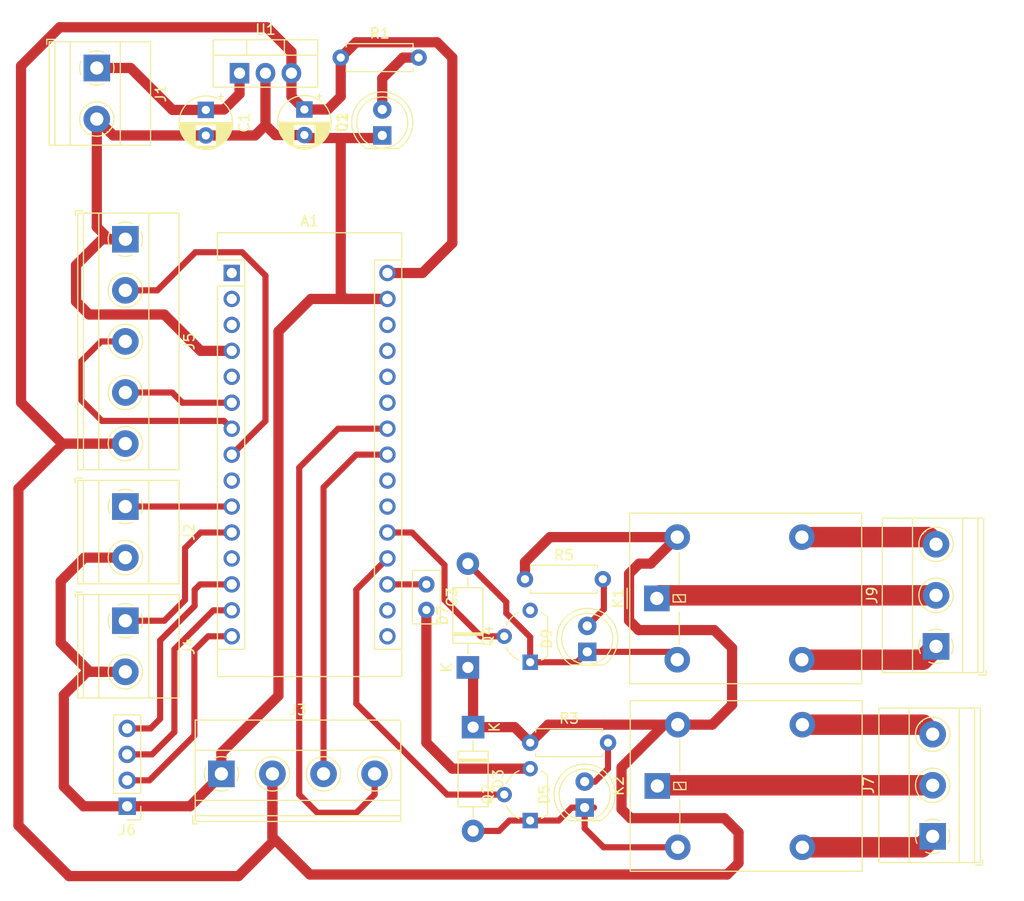
<source format=kicad_pcb>
(kicad_pcb (version 20171130) (host pcbnew "(5.1.12)-1")

  (general
    (thickness 1.6)
    (drawings 6)
    (tracks 208)
    (zones 0)
    (modules 25)
    (nets 42)
  )

  (page A4)
  (layers
    (0 F.Cu signal)
    (31 B.Cu signal)
    (32 B.Adhes user)
    (33 F.Adhes user)
    (34 B.Paste user)
    (35 F.Paste user)
    (36 B.SilkS user)
    (37 F.SilkS user)
    (38 B.Mask user)
    (39 F.Mask user)
    (40 Dwgs.User user)
    (41 Cmts.User user)
    (42 Eco1.User user)
    (43 Eco2.User user)
    (44 Edge.Cuts user)
    (45 Margin user)
    (46 B.CrtYd user)
    (47 F.CrtYd user)
    (48 B.Fab user)
    (49 F.Fab user)
  )

  (setup
    (last_trace_width 0.6)
    (trace_clearance 0.2)
    (zone_clearance 0.508)
    (zone_45_only no)
    (trace_min 0.2)
    (via_size 0.8)
    (via_drill 0.4)
    (via_min_size 0.4)
    (via_min_drill 0.3)
    (uvia_size 0.3)
    (uvia_drill 0.1)
    (uvias_allowed no)
    (uvia_min_size 0.2)
    (uvia_min_drill 0.1)
    (edge_width 0.05)
    (segment_width 0.2)
    (pcb_text_width 0.3)
    (pcb_text_size 1.5 1.5)
    (mod_edge_width 0.12)
    (mod_text_size 1 1)
    (mod_text_width 0.15)
    (pad_size 1.524 1.524)
    (pad_drill 0.762)
    (pad_to_mask_clearance 0)
    (aux_axis_origin 0 0)
    (visible_elements 7FFFFFFF)
    (pcbplotparams
      (layerselection 0x010fc_ffffffff)
      (usegerberextensions false)
      (usegerberattributes true)
      (usegerberadvancedattributes true)
      (creategerberjobfile true)
      (excludeedgelayer true)
      (linewidth 0.100000)
      (plotframeref false)
      (viasonmask false)
      (mode 1)
      (useauxorigin false)
      (hpglpennumber 1)
      (hpglpenspeed 20)
      (hpglpendiameter 15.000000)
      (psnegative false)
      (psa4output false)
      (plotreference true)
      (plotvalue true)
      (plotinvisibletext false)
      (padsonsilk false)
      (subtractmaskfromsilk false)
      (outputformat 1)
      (mirror false)
      (drillshape 1)
      (scaleselection 1)
      (outputdirectory ""))
  )

  (net 0 "")
  (net 1 "Net-(A1-Pad16)")
  (net 2 "Net-(A1-Pad28)")
  (net 3 "Net-(A1-Pad12)")
  (net 4 "Net-(A1-Pad27)")
  (net 5 "Net-(A1-Pad26)")
  (net 6 "Net-(A1-Pad25)")
  (net 7 "Net-(A1-Pad9)")
  (net 8 "Net-(A1-Pad5)")
  (net 9 "Net-(A1-Pad3)")
  (net 10 "Net-(A1-Pad18)")
  (net 11 "Net-(A1-Pad2)")
  (net 12 "Net-(A1-Pad17)")
  (net 13 "Net-(A1-Pad1)")
  (net 14 +5V)
  (net 15 IN2)
  (net 16 GND)
  (net 17 IN1)
  (net 18 BUZZER)
  (net 19 REED)
  (net 20 SCL)
  (net 21 SW)
  (net 22 SDA)
  (net 23 DT)
  (net 24 CLK)
  (net 25 "Net-(C1-Pad1)")
  (net 26 "Net-(D1-Pad2)")
  (net 27 "Net-(D3-Pad2)")
  (net 28 "Net-(D5-Pad2)")
  (net 29 "Net-(D7-Pad2)")
  (net 30 "Net-(D9-Pad2)")
  (net 31 "Net-(J7-Pad3)")
  (net 32 "Net-(J7-Pad2)")
  (net 33 "Net-(J7-Pad1)")
  (net 34 "Net-(J9-Pad3)")
  (net 35 "Net-(J9-Pad2)")
  (net 36 "Net-(J9-Pad1)")
  (net 37 EXT3)
  (net 38 EXT2)
  (net 39 EXT1)
  (net 40 "Net-(A1-Pad22)")
  (net 41 "Net-(A1-Pad21)")

  (net_class Default "This is the default net class."
    (clearance 0.2)
    (trace_width 0.6)
    (via_dia 0.8)
    (via_drill 0.4)
    (uvia_dia 0.3)
    (uvia_drill 0.1)
    (add_net BUZZER)
    (add_net CLK)
    (add_net DT)
    (add_net EXT1)
    (add_net EXT2)
    (add_net EXT3)
    (add_net IN1)
    (add_net IN2)
    (add_net "Net-(A1-Pad1)")
    (add_net "Net-(A1-Pad12)")
    (add_net "Net-(A1-Pad16)")
    (add_net "Net-(A1-Pad17)")
    (add_net "Net-(A1-Pad18)")
    (add_net "Net-(A1-Pad2)")
    (add_net "Net-(A1-Pad21)")
    (add_net "Net-(A1-Pad22)")
    (add_net "Net-(A1-Pad25)")
    (add_net "Net-(A1-Pad26)")
    (add_net "Net-(A1-Pad27)")
    (add_net "Net-(A1-Pad28)")
    (add_net "Net-(A1-Pad3)")
    (add_net "Net-(A1-Pad5)")
    (add_net "Net-(A1-Pad9)")
    (add_net "Net-(D3-Pad2)")
    (add_net "Net-(D5-Pad2)")
    (add_net "Net-(D7-Pad2)")
    (add_net "Net-(D9-Pad2)")
    (add_net REED)
    (add_net SCL)
    (add_net SDA)
    (add_net SW)
  )

  (net_class AC_PAD ""
    (clearance 0.2)
    (trace_width 2)
    (via_dia 0.8)
    (via_drill 0.4)
    (uvia_dia 0.3)
    (uvia_drill 0.1)
    (add_net "Net-(J7-Pad1)")
    (add_net "Net-(J7-Pad2)")
    (add_net "Net-(J7-Pad3)")
    (add_net "Net-(J9-Pad1)")
    (add_net "Net-(J9-Pad2)")
    (add_net "Net-(J9-Pad3)")
  )

  (net_class DC_SUPPLY ""
    (clearance 0.2)
    (trace_width 1)
    (via_dia 0.8)
    (via_drill 0.4)
    (uvia_dia 0.3)
    (uvia_drill 0.1)
    (add_net +5V)
    (add_net GND)
    (add_net "Net-(C1-Pad1)")
    (add_net "Net-(D1-Pad2)")
  )

  (module Relay_THT:Relay_SPDT_Omron-G5LE-1 (layer F.Cu) (tedit 5AE38B37) (tstamp 61C0A538)
    (at 144.0166 110.4082 90)
    (descr "Omron Relay SPDT, http://www.omron.com/ecb/products/pdf/en-g5le.pdf")
    (tags "Omron Relay SPDT")
    (path /619BEE79)
    (fp_text reference K2 (at 0 -3.8 90) (layer F.SilkS)
      (effects (font (size 1 1) (thickness 0.15)))
    )
    (fp_text value G5LE-1 (at 0 20.95 90) (layer F.Fab)
      (effects (font (size 1 1) (thickness 0.15)))
    )
    (fp_line (start -8.5 20.2) (end 8.5 20.2) (layer F.CrtYd) (width 0.05))
    (fp_line (start -8.5 -2.8) (end -8.5 20.2) (layer F.CrtYd) (width 0.05))
    (fp_line (start 8.5 -2.8) (end -8.5 -2.8) (layer F.CrtYd) (width 0.05))
    (fp_line (start 8.5 20.2) (end 8.5 -2.8) (layer F.CrtYd) (width 0.05))
    (fp_line (start 1.35 2.2) (end 4.5 2.2) (layer F.SilkS) (width 0.12))
    (fp_line (start -4.5 2.2) (end -1.35 2.2) (layer F.SilkS) (width 0.12))
    (fp_line (start -1 -2.91) (end 1 -2.91) (layer F.SilkS) (width 0.12))
    (fp_line (start -0.35 2.8) (end 0.35 2.8) (layer F.SilkS) (width 0.12))
    (fp_line (start -0.35 1.6) (end -0.35 2.8) (layer F.SilkS) (width 0.12))
    (fp_line (start 0.35 1.6) (end -0.35 1.6) (layer F.SilkS) (width 0.12))
    (fp_line (start 0.35 2.8) (end 0.35 1.6) (layer F.SilkS) (width 0.12))
    (fp_line (start -0.35 2.4) (end 0.35 2) (layer F.SilkS) (width 0.12))
    (fp_line (start -8.35 20.05) (end 8.35 20.05) (layer F.SilkS) (width 0.12))
    (fp_line (start -8.35 -2.65) (end -8.35 20.05) (layer F.SilkS) (width 0.12))
    (fp_line (start 8.35 -2.65) (end -8.35 -2.65) (layer F.SilkS) (width 0.12))
    (fp_line (start 8.35 20.05) (end 8.35 -2.65) (layer F.SilkS) (width 0.12))
    (fp_line (start -4.5 2) (end 4.5 2) (layer F.Fab) (width 0.1))
    (fp_line (start -1 -2.55) (end 0 -1.55) (layer F.Fab) (width 0.1))
    (fp_line (start -8.25 -2.55) (end -1 -2.55) (layer F.Fab) (width 0.1))
    (fp_line (start -8.25 19.95) (end -8.25 -2.55) (layer F.Fab) (width 0.1))
    (fp_line (start 8.25 19.95) (end -8.25 19.95) (layer F.Fab) (width 0.1))
    (fp_line (start 8.25 -2.55) (end 8.25 19.95) (layer F.Fab) (width 0.1))
    (fp_line (start 1 -2.55) (end 8.25 -2.55) (layer F.Fab) (width 0.1))
    (fp_line (start 0 -1.55) (end 1 -2.55) (layer F.Fab) (width 0.1))
    (fp_text user %R (at 0 8.7 90) (layer F.Fab)
      (effects (font (size 1 1) (thickness 0.15)))
    )
    (pad 1 thru_hole rect (at 0 0 90) (size 2.5 2.5) (drill 1.3) (layers *.Cu *.Mask)
      (net 32 "Net-(J7-Pad2)"))
    (pad 2 thru_hole oval (at -6 2 90) (size 2.5 2.5) (drill 1.3) (layers *.Cu *.Mask)
      (net 27 "Net-(D3-Pad2)"))
    (pad 3 thru_hole oval (at -6 14.2 90) (size 2.5 2.5) (drill 1.3) (layers *.Cu *.Mask)
      (net 33 "Net-(J7-Pad1)"))
    (pad 4 thru_hole oval (at 6 14.2 90) (size 2.5 2.5) (drill 1.3) (layers *.Cu *.Mask)
      (net 31 "Net-(J7-Pad3)"))
    (pad 5 thru_hole oval (at 6 2 90) (size 2.5 2.5) (drill 1.3) (layers *.Cu *.Mask)
      (net 14 +5V))
    (model ${KISYS3DMOD}/Relay_THT.3dshapes/Relay_SPDT_Omron-G5LE-1.wrl
      (at (xyz 0 0 0))
      (scale (xyz 1 1 1))
      (rotate (xyz 0 0 0))
    )
  )

  (module Relay_THT:Relay_SPDT_Omron-G5LE-1 (layer F.Cu) (tedit 5AE38B37) (tstamp 61C0A516)
    (at 143.9672 92.0496 90)
    (descr "Omron Relay SPDT, http://www.omron.com/ecb/products/pdf/en-g5le.pdf")
    (tags "Omron Relay SPDT")
    (path /619BF661)
    (fp_text reference K1 (at 0 -3.8 90) (layer F.SilkS)
      (effects (font (size 1 1) (thickness 0.15)))
    )
    (fp_text value G5LE-1 (at 0 20.95 90) (layer F.Fab)
      (effects (font (size 1 1) (thickness 0.15)))
    )
    (fp_line (start -8.5 20.2) (end 8.5 20.2) (layer F.CrtYd) (width 0.05))
    (fp_line (start -8.5 -2.8) (end -8.5 20.2) (layer F.CrtYd) (width 0.05))
    (fp_line (start 8.5 -2.8) (end -8.5 -2.8) (layer F.CrtYd) (width 0.05))
    (fp_line (start 8.5 20.2) (end 8.5 -2.8) (layer F.CrtYd) (width 0.05))
    (fp_line (start 1.35 2.2) (end 4.5 2.2) (layer F.SilkS) (width 0.12))
    (fp_line (start -4.5 2.2) (end -1.35 2.2) (layer F.SilkS) (width 0.12))
    (fp_line (start -1 -2.91) (end 1 -2.91) (layer F.SilkS) (width 0.12))
    (fp_line (start -0.35 2.8) (end 0.35 2.8) (layer F.SilkS) (width 0.12))
    (fp_line (start -0.35 1.6) (end -0.35 2.8) (layer F.SilkS) (width 0.12))
    (fp_line (start 0.35 1.6) (end -0.35 1.6) (layer F.SilkS) (width 0.12))
    (fp_line (start 0.35 2.8) (end 0.35 1.6) (layer F.SilkS) (width 0.12))
    (fp_line (start -0.35 2.4) (end 0.35 2) (layer F.SilkS) (width 0.12))
    (fp_line (start -8.35 20.05) (end 8.35 20.05) (layer F.SilkS) (width 0.12))
    (fp_line (start -8.35 -2.65) (end -8.35 20.05) (layer F.SilkS) (width 0.12))
    (fp_line (start 8.35 -2.65) (end -8.35 -2.65) (layer F.SilkS) (width 0.12))
    (fp_line (start 8.35 20.05) (end 8.35 -2.65) (layer F.SilkS) (width 0.12))
    (fp_line (start -4.5 2) (end 4.5 2) (layer F.Fab) (width 0.1))
    (fp_line (start -1 -2.55) (end 0 -1.55) (layer F.Fab) (width 0.1))
    (fp_line (start -8.25 -2.55) (end -1 -2.55) (layer F.Fab) (width 0.1))
    (fp_line (start -8.25 19.95) (end -8.25 -2.55) (layer F.Fab) (width 0.1))
    (fp_line (start 8.25 19.95) (end -8.25 19.95) (layer F.Fab) (width 0.1))
    (fp_line (start 8.25 -2.55) (end 8.25 19.95) (layer F.Fab) (width 0.1))
    (fp_line (start 1 -2.55) (end 8.25 -2.55) (layer F.Fab) (width 0.1))
    (fp_line (start 0 -1.55) (end 1 -2.55) (layer F.Fab) (width 0.1))
    (fp_text user %R (at 0 8.7 90) (layer F.Fab)
      (effects (font (size 1 1) (thickness 0.15)))
    )
    (pad 1 thru_hole rect (at 0 0 90) (size 2.5 2.5) (drill 1.3) (layers *.Cu *.Mask)
      (net 35 "Net-(J9-Pad2)"))
    (pad 2 thru_hole oval (at -6 2 90) (size 2.5 2.5) (drill 1.3) (layers *.Cu *.Mask)
      (net 29 "Net-(D7-Pad2)"))
    (pad 3 thru_hole oval (at -6 14.2 90) (size 2.5 2.5) (drill 1.3) (layers *.Cu *.Mask)
      (net 36 "Net-(J9-Pad1)"))
    (pad 4 thru_hole oval (at 6 14.2 90) (size 2.5 2.5) (drill 1.3) (layers *.Cu *.Mask)
      (net 34 "Net-(J9-Pad3)"))
    (pad 5 thru_hole oval (at 6 2 90) (size 2.5 2.5) (drill 1.3) (layers *.Cu *.Mask)
      (net 14 +5V))
    (model ${KISYS3DMOD}/Relay_THT.3dshapes/Relay_SPDT_Omron-G5LE-1.wrl
      (at (xyz 0 0 0))
      (scale (xyz 1 1 1))
      (rotate (xyz 0 0 0))
    )
  )

  (module Connector_PinHeader_2.54mm:PinHeader_1x04_P2.54mm_Vertical (layer F.Cu) (tedit 59FED5CC) (tstamp 61C0A424)
    (at 92.1258 112.395 180)
    (descr "Through hole straight pin header, 1x04, 2.54mm pitch, single row")
    (tags "Through hole pin header THT 1x04 2.54mm single row")
    (path /6196B94C)
    (fp_text reference J6 (at 0 -2.33) (layer F.SilkS)
      (effects (font (size 1 1) (thickness 0.15)))
    )
    (fp_text value Conn_01x04_Male (at 0 9.95) (layer F.Fab)
      (effects (font (size 1 1) (thickness 0.15)))
    )
    (fp_line (start 1.8 -1.8) (end -1.8 -1.8) (layer F.CrtYd) (width 0.05))
    (fp_line (start 1.8 9.4) (end 1.8 -1.8) (layer F.CrtYd) (width 0.05))
    (fp_line (start -1.8 9.4) (end 1.8 9.4) (layer F.CrtYd) (width 0.05))
    (fp_line (start -1.8 -1.8) (end -1.8 9.4) (layer F.CrtYd) (width 0.05))
    (fp_line (start -1.33 -1.33) (end 0 -1.33) (layer F.SilkS) (width 0.12))
    (fp_line (start -1.33 0) (end -1.33 -1.33) (layer F.SilkS) (width 0.12))
    (fp_line (start -1.33 1.27) (end 1.33 1.27) (layer F.SilkS) (width 0.12))
    (fp_line (start 1.33 1.27) (end 1.33 8.95) (layer F.SilkS) (width 0.12))
    (fp_line (start -1.33 1.27) (end -1.33 8.95) (layer F.SilkS) (width 0.12))
    (fp_line (start -1.33 8.95) (end 1.33 8.95) (layer F.SilkS) (width 0.12))
    (fp_line (start -1.27 -0.635) (end -0.635 -1.27) (layer F.Fab) (width 0.1))
    (fp_line (start -1.27 8.89) (end -1.27 -0.635) (layer F.Fab) (width 0.1))
    (fp_line (start 1.27 8.89) (end -1.27 8.89) (layer F.Fab) (width 0.1))
    (fp_line (start 1.27 -1.27) (end 1.27 8.89) (layer F.Fab) (width 0.1))
    (fp_line (start -0.635 -1.27) (end 1.27 -1.27) (layer F.Fab) (width 0.1))
    (fp_text user %R (at 0 3.81 90) (layer F.Fab)
      (effects (font (size 1 1) (thickness 0.15)))
    )
    (pad 1 thru_hole rect (at 0 0 180) (size 1.7 1.7) (drill 1) (layers *.Cu *.Mask)
      (net 16 GND))
    (pad 2 thru_hole oval (at 0 2.54 180) (size 1.7 1.7) (drill 1) (layers *.Cu *.Mask)
      (net 37 EXT3))
    (pad 3 thru_hole oval (at 0 5.08 180) (size 1.7 1.7) (drill 1) (layers *.Cu *.Mask)
      (net 38 EXT2))
    (pad 4 thru_hole oval (at 0 7.62 180) (size 1.7 1.7) (drill 1) (layers *.Cu *.Mask)
      (net 39 EXT1))
    (model ${KISYS3DMOD}/Connector_PinHeader_2.54mm.3dshapes/PinHeader_1x04_P2.54mm_Vertical.wrl
      (at (xyz 0 0 0))
      (scale (xyz 1 1 1))
      (rotate (xyz 0 0 0))
    )
  )

  (module Package_TO_SOT_THT:TO-92L_Wide (layer F.Cu) (tedit 5A152D5B) (tstamp 618CCA67)
    (at 131.572 98.298 90)
    (descr "TO-92L leads in-line (large body variant of TO-92), also known as TO-226, wide, drill 0.75mm (see https://www.diodes.com/assets/Package-Files/TO92L.pdf and http://www.ti.com/lit/an/snoa059/snoa059.pdf)")
    (tags "TO-92L Molded Wide transistor")
    (path /618B5D0F)
    (fp_text reference Q4 (at 2.55 -4.15 90) (layer F.SilkS)
      (effects (font (size 1 1) (thickness 0.15)))
    )
    (fp_text value BC547 (at 2.54 2.79 90) (layer F.Fab)
      (effects (font (size 1 1) (thickness 0.15)))
    )
    (fp_line (start -1 -3.55) (end -1 1.85) (layer B.CrtYd) (width 0.05))
    (fp_line (start 6.1 -3.55) (end -1 -3.55) (layer B.CrtYd) (width 0.05))
    (fp_line (start 6.1 1.85) (end 6.1 -3.55) (layer B.CrtYd) (width 0.05))
    (fp_line (start -1 1.85) (end 6.1 1.85) (layer B.CrtYd) (width 0.05))
    (fp_line (start 0.6 1.7) (end 4.45 1.7) (layer F.SilkS) (width 0.12))
    (fp_line (start 0.65 1.6) (end 4.4 1.6) (layer F.Fab) (width 0.1))
    (fp_arc (start 2.54 0) (end 4.45 1.7) (angle -15.88591585) (layer F.SilkS) (width 0.12))
    (fp_arc (start 2.54 0) (end 2.54 -2.48) (angle -130.2499344) (layer F.Fab) (width 0.1))
    (fp_arc (start 2.54 0) (end 2.54 -2.48) (angle 129.9527847) (layer F.Fab) (width 0.1))
    (fp_arc (start 2.54 0) (end 3.6 -2.35) (angle 40.72153779) (layer F.SilkS) (width 0.12))
    (fp_arc (start 2.54 0) (end 1.45 -2.35) (angle -40.11670855) (layer F.SilkS) (width 0.12))
    (fp_arc (start 2.54 0) (end 0.6 1.7) (angle 15.44288892) (layer F.SilkS) (width 0.12))
    (fp_text user %R (at 2.54 0 90) (layer F.Fab)
      (effects (font (size 1 1) (thickness 0.15)))
    )
    (pad 1 thru_hole rect (at 0 0 90) (size 1.5 1.5) (drill 0.8) (layers *.Cu *.Mask)
      (net 29 "Net-(D7-Pad2)"))
    (pad 3 thru_hole circle (at 5.08 0 90) (size 1.5 1.5) (drill 0.8) (layers *.Cu *.Mask)
      (net 16 GND))
    (pad 2 thru_hole circle (at 2.54 -2.54 90) (size 1.5 1.5) (drill 0.8) (layers *.Cu *.Mask)
      (net 15 IN2))
    (model ${KISYS3DMOD}/Package_TO_SOT_THT.3dshapes/TO-92L_Wide.wrl
      (at (xyz 0 0 0))
      (scale (xyz 1 1 1))
      (rotate (xyz 0 0 0))
    )
  )

  (module Package_TO_SOT_THT:TO-92L_Wide (layer F.Cu) (tedit 5A152D5B) (tstamp 618CCA2E)
    (at 131.572 113.792 90)
    (descr "TO-92L leads in-line (large body variant of TO-92), also known as TO-226, wide, drill 0.75mm (see https://www.diodes.com/assets/Package-Files/TO92L.pdf and http://www.ti.com/lit/an/snoa059/snoa059.pdf)")
    (tags "TO-92L Molded Wide transistor")
    (path /618F23BD)
    (fp_text reference Q2 (at 2.55 -4.15 90) (layer F.SilkS)
      (effects (font (size 1 1) (thickness 0.15)))
    )
    (fp_text value BC547 (at 2.54 2.79 90) (layer F.Fab)
      (effects (font (size 1 1) (thickness 0.15)))
    )
    (fp_line (start -1 -3.55) (end -1 1.85) (layer B.CrtYd) (width 0.05))
    (fp_line (start 6.1 -3.55) (end -1 -3.55) (layer B.CrtYd) (width 0.05))
    (fp_line (start 6.1 1.85) (end 6.1 -3.55) (layer B.CrtYd) (width 0.05))
    (fp_line (start -1 1.85) (end 6.1 1.85) (layer B.CrtYd) (width 0.05))
    (fp_line (start 0.6 1.7) (end 4.45 1.7) (layer F.SilkS) (width 0.12))
    (fp_line (start 0.65 1.6) (end 4.4 1.6) (layer F.Fab) (width 0.1))
    (fp_arc (start 2.54 0) (end 4.45 1.7) (angle -15.88591585) (layer F.SilkS) (width 0.12))
    (fp_arc (start 2.54 0) (end 2.54 -2.48) (angle -130.2499344) (layer F.Fab) (width 0.1))
    (fp_arc (start 2.54 0) (end 2.54 -2.48) (angle 129.9527847) (layer F.Fab) (width 0.1))
    (fp_arc (start 2.54 0) (end 3.6 -2.35) (angle 40.72153779) (layer F.SilkS) (width 0.12))
    (fp_arc (start 2.54 0) (end 1.45 -2.35) (angle -40.11670855) (layer F.SilkS) (width 0.12))
    (fp_arc (start 2.54 0) (end 0.6 1.7) (angle 15.44288892) (layer F.SilkS) (width 0.12))
    (fp_text user %R (at 2.54 0) (layer F.Fab)
      (effects (font (size 1 1) (thickness 0.15)))
    )
    (pad 1 thru_hole rect (at 0 0 90) (size 1.5 1.5) (drill 0.8) (layers *.Cu *.Mask)
      (net 27 "Net-(D3-Pad2)"))
    (pad 3 thru_hole circle (at 5.08 0 90) (size 1.5 1.5) (drill 0.8) (layers *.Cu *.Mask)
      (net 16 GND))
    (pad 2 thru_hole circle (at 2.54 -2.54 90) (size 1.5 1.5) (drill 0.8) (layers *.Cu *.Mask)
      (net 17 IN1))
    (model ${KISYS3DMOD}/Package_TO_SOT_THT.3dshapes/TO-92L_Wide.wrl
      (at (xyz 0 0 0))
      (scale (xyz 1 1 1))
      (rotate (xyz 0 0 0))
    )
  )

  (module Package_TO_SOT_THT:TO-220-3_Vertical (layer F.Cu) (tedit 5AC8BA0D) (tstamp 618B2DD2)
    (at 103.124 40.64)
    (descr "TO-220-3, Vertical, RM 2.54mm, see https://www.vishay.com/docs/66542/to-220-1.pdf")
    (tags "TO-220-3 Vertical RM 2.54mm")
    (path /61B73C2E)
    (fp_text reference U1 (at 2.54 -4.27) (layer F.SilkS)
      (effects (font (size 1 1) (thickness 0.15)))
    )
    (fp_text value L7805 (at 2.54 2.5) (layer F.Fab)
      (effects (font (size 1 1) (thickness 0.15)))
    )
    (fp_line (start -2.46 -3.15) (end -2.46 1.25) (layer F.Fab) (width 0.1))
    (fp_line (start -2.46 1.25) (end 7.54 1.25) (layer F.Fab) (width 0.1))
    (fp_line (start 7.54 1.25) (end 7.54 -3.15) (layer F.Fab) (width 0.1))
    (fp_line (start 7.54 -3.15) (end -2.46 -3.15) (layer F.Fab) (width 0.1))
    (fp_line (start -2.46 -1.88) (end 7.54 -1.88) (layer F.Fab) (width 0.1))
    (fp_line (start 0.69 -3.15) (end 0.69 -1.88) (layer F.Fab) (width 0.1))
    (fp_line (start 4.39 -3.15) (end 4.39 -1.88) (layer F.Fab) (width 0.1))
    (fp_line (start -2.58 -3.27) (end 7.66 -3.27) (layer F.SilkS) (width 0.12))
    (fp_line (start -2.58 1.371) (end 7.66 1.371) (layer F.SilkS) (width 0.12))
    (fp_line (start -2.58 -3.27) (end -2.58 1.371) (layer F.SilkS) (width 0.12))
    (fp_line (start 7.66 -3.27) (end 7.66 1.371) (layer F.SilkS) (width 0.12))
    (fp_line (start -2.58 -1.76) (end 7.66 -1.76) (layer F.SilkS) (width 0.12))
    (fp_line (start 0.69 -3.27) (end 0.69 -1.76) (layer F.SilkS) (width 0.12))
    (fp_line (start 4.391 -3.27) (end 4.391 -1.76) (layer F.SilkS) (width 0.12))
    (fp_line (start -2.71 -3.4) (end -2.71 1.51) (layer F.CrtYd) (width 0.05))
    (fp_line (start -2.71 1.51) (end 7.79 1.51) (layer F.CrtYd) (width 0.05))
    (fp_line (start 7.79 1.51) (end 7.79 -3.4) (layer F.CrtYd) (width 0.05))
    (fp_line (start 7.79 -3.4) (end -2.71 -3.4) (layer F.CrtYd) (width 0.05))
    (fp_text user %R (at 2.54 -4.27) (layer F.Fab)
      (effects (font (size 1 1) (thickness 0.15)))
    )
    (pad 3 thru_hole oval (at 5.08 0) (size 1.905 2) (drill 1.1) (layers *.Cu *.Mask)
      (net 14 +5V))
    (pad 2 thru_hole oval (at 2.54 0) (size 1.905 2) (drill 1.1) (layers *.Cu *.Mask)
      (net 16 GND))
    (pad 1 thru_hole rect (at 0 0) (size 1.905 2) (drill 1.1) (layers *.Cu *.Mask)
      (net 25 "Net-(C1-Pad1)"))
    (model ${KISYS3DMOD}/Package_TO_SOT_THT.3dshapes/TO-220-3_Vertical.wrl
      (at (xyz 0 0 0))
      (scale (xyz 1 1 1))
      (rotate (xyz 0 0 0))
    )
  )

  (module Resistor_THT:R_Axial_DIN0207_L6.3mm_D2.5mm_P7.62mm_Horizontal (layer F.Cu) (tedit 5AE5139B) (tstamp 618CCB93)
    (at 131.064 90.17)
    (descr "Resistor, Axial_DIN0207 series, Axial, Horizontal, pin pitch=7.62mm, 0.25W = 1/4W, length*diameter=6.3*2.5mm^2, http://cdn-reichelt.de/documents/datenblatt/B400/1_4W%23YAG.pdf")
    (tags "Resistor Axial_DIN0207 series Axial Horizontal pin pitch 7.62mm 0.25W = 1/4W length 6.3mm diameter 2.5mm")
    (path /618C7D9B)
    (fp_text reference R5 (at 3.81 -2.37) (layer F.SilkS)
      (effects (font (size 1 1) (thickness 0.15)))
    )
    (fp_text value R_Small (at 3.81 2.37) (layer F.Fab)
      (effects (font (size 1 1) (thickness 0.15)))
    )
    (fp_line (start 0.66 -1.25) (end 0.66 1.25) (layer F.Fab) (width 0.1))
    (fp_line (start 0.66 1.25) (end 6.96 1.25) (layer F.Fab) (width 0.1))
    (fp_line (start 6.96 1.25) (end 6.96 -1.25) (layer F.Fab) (width 0.1))
    (fp_line (start 6.96 -1.25) (end 0.66 -1.25) (layer F.Fab) (width 0.1))
    (fp_line (start 0 0) (end 0.66 0) (layer F.Fab) (width 0.1))
    (fp_line (start 7.62 0) (end 6.96 0) (layer F.Fab) (width 0.1))
    (fp_line (start 0.54 -1.04) (end 0.54 -1.37) (layer F.SilkS) (width 0.12))
    (fp_line (start 0.54 -1.37) (end 7.08 -1.37) (layer F.SilkS) (width 0.12))
    (fp_line (start 7.08 -1.37) (end 7.08 -1.04) (layer F.SilkS) (width 0.12))
    (fp_line (start 0.54 1.04) (end 0.54 1.37) (layer F.SilkS) (width 0.12))
    (fp_line (start 0.54 1.37) (end 7.08 1.37) (layer F.SilkS) (width 0.12))
    (fp_line (start 7.08 1.37) (end 7.08 1.04) (layer F.SilkS) (width 0.12))
    (fp_line (start -1.05 -1.5) (end -1.05 1.5) (layer F.CrtYd) (width 0.05))
    (fp_line (start -1.05 1.5) (end 8.67 1.5) (layer F.CrtYd) (width 0.05))
    (fp_line (start 8.67 1.5) (end 8.67 -1.5) (layer F.CrtYd) (width 0.05))
    (fp_line (start 8.67 -1.5) (end -1.05 -1.5) (layer F.CrtYd) (width 0.05))
    (fp_text user %R (at 3.81 0) (layer F.Fab)
      (effects (font (size 1 1) (thickness 0.15)))
    )
    (pad 2 thru_hole oval (at 7.62 0) (size 1.6 1.6) (drill 0.8) (layers *.Cu *.Mask)
      (net 30 "Net-(D9-Pad2)"))
    (pad 1 thru_hole circle (at 0 0) (size 1.6 1.6) (drill 0.8) (layers *.Cu *.Mask)
      (net 14 +5V))
    (model ${KISYS3DMOD}/Resistor_THT.3dshapes/R_Axial_DIN0207_L6.3mm_D2.5mm_P7.62mm_Horizontal.wrl
      (at (xyz 0 0 0))
      (scale (xyz 1 1 1))
      (rotate (xyz 0 0 0))
    )
  )

  (module Resistor_THT:R_Axial_DIN0207_L6.3mm_D2.5mm_P7.62mm_Horizontal (layer F.Cu) (tedit 5AE5139B) (tstamp 618CCC71)
    (at 131.572 106.172)
    (descr "Resistor, Axial_DIN0207 series, Axial, Horizontal, pin pitch=7.62mm, 0.25W = 1/4W, length*diameter=6.3*2.5mm^2, http://cdn-reichelt.de/documents/datenblatt/B400/1_4W%23YAG.pdf")
    (tags "Resistor Axial_DIN0207 series Axial Horizontal pin pitch 7.62mm 0.25W = 1/4W length 6.3mm diameter 2.5mm")
    (path /618F23D5)
    (fp_text reference R3 (at 3.81 -2.37) (layer F.SilkS)
      (effects (font (size 1 1) (thickness 0.15)))
    )
    (fp_text value R_Small (at 3.81 2.37) (layer F.Fab)
      (effects (font (size 1 1) (thickness 0.15)))
    )
    (fp_line (start 0.66 -1.25) (end 0.66 1.25) (layer F.Fab) (width 0.1))
    (fp_line (start 0.66 1.25) (end 6.96 1.25) (layer F.Fab) (width 0.1))
    (fp_line (start 6.96 1.25) (end 6.96 -1.25) (layer F.Fab) (width 0.1))
    (fp_line (start 6.96 -1.25) (end 0.66 -1.25) (layer F.Fab) (width 0.1))
    (fp_line (start 0 0) (end 0.66 0) (layer F.Fab) (width 0.1))
    (fp_line (start 7.62 0) (end 6.96 0) (layer F.Fab) (width 0.1))
    (fp_line (start 0.54 -1.04) (end 0.54 -1.37) (layer F.SilkS) (width 0.12))
    (fp_line (start 0.54 -1.37) (end 7.08 -1.37) (layer F.SilkS) (width 0.12))
    (fp_line (start 7.08 -1.37) (end 7.08 -1.04) (layer F.SilkS) (width 0.12))
    (fp_line (start 0.54 1.04) (end 0.54 1.37) (layer F.SilkS) (width 0.12))
    (fp_line (start 0.54 1.37) (end 7.08 1.37) (layer F.SilkS) (width 0.12))
    (fp_line (start 7.08 1.37) (end 7.08 1.04) (layer F.SilkS) (width 0.12))
    (fp_line (start -1.05 -1.5) (end -1.05 1.5) (layer F.CrtYd) (width 0.05))
    (fp_line (start -1.05 1.5) (end 8.67 1.5) (layer F.CrtYd) (width 0.05))
    (fp_line (start 8.67 1.5) (end 8.67 -1.5) (layer F.CrtYd) (width 0.05))
    (fp_line (start 8.67 -1.5) (end -1.05 -1.5) (layer F.CrtYd) (width 0.05))
    (fp_text user %R (at 3.81 0) (layer F.Fab)
      (effects (font (size 1 1) (thickness 0.15)))
    )
    (pad 2 thru_hole oval (at 7.62 0) (size 1.6 1.6) (drill 0.8) (layers *.Cu *.Mask)
      (net 28 "Net-(D5-Pad2)"))
    (pad 1 thru_hole circle (at 0 0) (size 1.6 1.6) (drill 0.8) (layers *.Cu *.Mask)
      (net 14 +5V))
    (model ${KISYS3DMOD}/Resistor_THT.3dshapes/R_Axial_DIN0207_L6.3mm_D2.5mm_P7.62mm_Horizontal.wrl
      (at (xyz 0 0 0))
      (scale (xyz 1 1 1))
      (rotate (xyz 0 0 0))
    )
  )

  (module Resistor_THT:R_Axial_DIN0207_L6.3mm_D2.5mm_P7.62mm_Horizontal (layer F.Cu) (tedit 5AE5139B) (tstamp 618B2D5C)
    (at 113.03 39.116)
    (descr "Resistor, Axial_DIN0207 series, Axial, Horizontal, pin pitch=7.62mm, 0.25W = 1/4W, length*diameter=6.3*2.5mm^2, http://cdn-reichelt.de/documents/datenblatt/B400/1_4W%23YAG.pdf")
    (tags "Resistor Axial_DIN0207 series Axial Horizontal pin pitch 7.62mm 0.25W = 1/4W length 6.3mm diameter 2.5mm")
    (path /618D088B)
    (fp_text reference R1 (at 3.81 -2.37) (layer F.SilkS)
      (effects (font (size 1 1) (thickness 0.15)))
    )
    (fp_text value R_Small (at 3.81 2.37) (layer F.Fab)
      (effects (font (size 1 1) (thickness 0.15)))
    )
    (fp_line (start 0.66 -1.25) (end 0.66 1.25) (layer F.Fab) (width 0.1))
    (fp_line (start 0.66 1.25) (end 6.96 1.25) (layer F.Fab) (width 0.1))
    (fp_line (start 6.96 1.25) (end 6.96 -1.25) (layer F.Fab) (width 0.1))
    (fp_line (start 6.96 -1.25) (end 0.66 -1.25) (layer F.Fab) (width 0.1))
    (fp_line (start 0 0) (end 0.66 0) (layer F.Fab) (width 0.1))
    (fp_line (start 7.62 0) (end 6.96 0) (layer F.Fab) (width 0.1))
    (fp_line (start 0.54 -1.04) (end 0.54 -1.37) (layer F.SilkS) (width 0.12))
    (fp_line (start 0.54 -1.37) (end 7.08 -1.37) (layer F.SilkS) (width 0.12))
    (fp_line (start 7.08 -1.37) (end 7.08 -1.04) (layer F.SilkS) (width 0.12))
    (fp_line (start 0.54 1.04) (end 0.54 1.37) (layer F.SilkS) (width 0.12))
    (fp_line (start 0.54 1.37) (end 7.08 1.37) (layer F.SilkS) (width 0.12))
    (fp_line (start 7.08 1.37) (end 7.08 1.04) (layer F.SilkS) (width 0.12))
    (fp_line (start -1.05 -1.5) (end -1.05 1.5) (layer F.CrtYd) (width 0.05))
    (fp_line (start -1.05 1.5) (end 8.67 1.5) (layer F.CrtYd) (width 0.05))
    (fp_line (start 8.67 1.5) (end 8.67 -1.5) (layer F.CrtYd) (width 0.05))
    (fp_line (start 8.67 -1.5) (end -1.05 -1.5) (layer F.CrtYd) (width 0.05))
    (fp_text user %R (at 4.659775 0) (layer F.Fab)
      (effects (font (size 1 1) (thickness 0.15)))
    )
    (pad 2 thru_hole oval (at 7.62 0) (size 1.6 1.6) (drill 0.8) (layers *.Cu *.Mask)
      (net 26 "Net-(D1-Pad2)"))
    (pad 1 thru_hole circle (at 0 0) (size 1.6 1.6) (drill 0.8) (layers *.Cu *.Mask)
      (net 14 +5V))
    (model ${KISYS3DMOD}/Resistor_THT.3dshapes/R_Axial_DIN0207_L6.3mm_D2.5mm_P7.62mm_Horizontal.wrl
      (at (xyz 0 0 0))
      (scale (xyz 1 1 1))
      (rotate (xyz 0 0 0))
    )
  )

  (module TerminalBlock_Phoenix:TerminalBlock_Phoenix_MKDS-1,5-3_1x03_P5.00mm_Horizontal (layer F.Cu) (tedit 5B294EE5) (tstamp 618CCE72)
    (at 171.2976 96.7486 90)
    (descr "Terminal Block Phoenix MKDS-1,5-3, 3 pins, pitch 5mm, size 15x9.8mm^2, drill diamater 1.3mm, pad diameter 2.6mm, see http://www.farnell.com/datasheets/100425.pdf, script-generated using https://github.com/pointhi/kicad-footprint-generator/scripts/TerminalBlock_Phoenix")
    (tags "THT Terminal Block Phoenix MKDS-1,5-3 pitch 5mm size 15x9.8mm^2 drill 1.3mm pad 2.6mm")
    (path /618BDA04)
    (fp_text reference J9 (at 5 -6.26 90) (layer F.SilkS)
      (effects (font (size 1 1) (thickness 0.15)))
    )
    (fp_text value Screw_Terminal_01x03 (at 5 5.66 90) (layer F.Fab)
      (effects (font (size 1 1) (thickness 0.15)))
    )
    (fp_arc (start 0 0) (end 0 1.68) (angle -24) (layer F.SilkS) (width 0.12))
    (fp_arc (start 0 0) (end 1.535 0.684) (angle -48) (layer F.SilkS) (width 0.12))
    (fp_arc (start 0 0) (end 0.684 -1.535) (angle -48) (layer F.SilkS) (width 0.12))
    (fp_arc (start 0 0) (end -1.535 -0.684) (angle -48) (layer F.SilkS) (width 0.12))
    (fp_arc (start 0 0) (end -0.684 1.535) (angle -25) (layer F.SilkS) (width 0.12))
    (fp_text user %R (at 5 3.2 90) (layer F.Fab)
      (effects (font (size 1 1) (thickness 0.15)))
    )
    (fp_line (start 13 -5.71) (end -3 -5.71) (layer F.CrtYd) (width 0.05))
    (fp_line (start 13 5.1) (end 13 -5.71) (layer F.CrtYd) (width 0.05))
    (fp_line (start -3 5.1) (end 13 5.1) (layer F.CrtYd) (width 0.05))
    (fp_line (start -3 -5.71) (end -3 5.1) (layer F.CrtYd) (width 0.05))
    (fp_line (start -2.8 4.9) (end -2.3 4.9) (layer F.SilkS) (width 0.12))
    (fp_line (start -2.8 4.16) (end -2.8 4.9) (layer F.SilkS) (width 0.12))
    (fp_line (start 8.773 1.023) (end 8.726 1.069) (layer F.SilkS) (width 0.12))
    (fp_line (start 11.07 -1.275) (end 11.035 -1.239) (layer F.SilkS) (width 0.12))
    (fp_line (start 8.966 1.239) (end 8.931 1.274) (layer F.SilkS) (width 0.12))
    (fp_line (start 11.275 -1.069) (end 11.228 -1.023) (layer F.SilkS) (width 0.12))
    (fp_line (start 10.955 -1.138) (end 8.863 0.955) (layer F.Fab) (width 0.1))
    (fp_line (start 11.138 -0.955) (end 9.046 1.138) (layer F.Fab) (width 0.1))
    (fp_line (start 3.773 1.023) (end 3.726 1.069) (layer F.SilkS) (width 0.12))
    (fp_line (start 6.07 -1.275) (end 6.035 -1.239) (layer F.SilkS) (width 0.12))
    (fp_line (start 3.966 1.239) (end 3.931 1.274) (layer F.SilkS) (width 0.12))
    (fp_line (start 6.275 -1.069) (end 6.228 -1.023) (layer F.SilkS) (width 0.12))
    (fp_line (start 5.955 -1.138) (end 3.863 0.955) (layer F.Fab) (width 0.1))
    (fp_line (start 6.138 -0.955) (end 4.046 1.138) (layer F.Fab) (width 0.1))
    (fp_line (start 0.955 -1.138) (end -1.138 0.955) (layer F.Fab) (width 0.1))
    (fp_line (start 1.138 -0.955) (end -0.955 1.138) (layer F.Fab) (width 0.1))
    (fp_line (start 12.56 -5.261) (end 12.56 4.66) (layer F.SilkS) (width 0.12))
    (fp_line (start -2.56 -5.261) (end -2.56 4.66) (layer F.SilkS) (width 0.12))
    (fp_line (start -2.56 4.66) (end 12.56 4.66) (layer F.SilkS) (width 0.12))
    (fp_line (start -2.56 -5.261) (end 12.56 -5.261) (layer F.SilkS) (width 0.12))
    (fp_line (start -2.56 -2.301) (end 12.56 -2.301) (layer F.SilkS) (width 0.12))
    (fp_line (start -2.5 -2.3) (end 12.5 -2.3) (layer F.Fab) (width 0.1))
    (fp_line (start -2.56 2.6) (end 12.56 2.6) (layer F.SilkS) (width 0.12))
    (fp_line (start -2.5 2.6) (end 12.5 2.6) (layer F.Fab) (width 0.1))
    (fp_line (start -2.56 4.1) (end 12.56 4.1) (layer F.SilkS) (width 0.12))
    (fp_line (start -2.5 4.1) (end 12.5 4.1) (layer F.Fab) (width 0.1))
    (fp_line (start -2.5 4.1) (end -2.5 -5.2) (layer F.Fab) (width 0.1))
    (fp_line (start -2 4.6) (end -2.5 4.1) (layer F.Fab) (width 0.1))
    (fp_line (start 12.5 4.6) (end -2 4.6) (layer F.Fab) (width 0.1))
    (fp_line (start 12.5 -5.2) (end 12.5 4.6) (layer F.Fab) (width 0.1))
    (fp_line (start -2.5 -5.2) (end 12.5 -5.2) (layer F.Fab) (width 0.1))
    (fp_circle (center 10 0) (end 11.68 0) (layer F.SilkS) (width 0.12))
    (fp_circle (center 10 0) (end 11.5 0) (layer F.Fab) (width 0.1))
    (fp_circle (center 5 0) (end 6.68 0) (layer F.SilkS) (width 0.12))
    (fp_circle (center 5 0) (end 6.5 0) (layer F.Fab) (width 0.1))
    (fp_circle (center 0 0) (end 1.5 0) (layer F.Fab) (width 0.1))
    (pad 1 thru_hole rect (at 0 0 90) (size 2.6 2.6) (drill 1.3) (layers *.Cu *.Mask)
      (net 36 "Net-(J9-Pad1)"))
    (pad 2 thru_hole circle (at 5 0 90) (size 2.6 2.6) (drill 1.3) (layers *.Cu *.Mask)
      (net 35 "Net-(J9-Pad2)"))
    (pad 3 thru_hole circle (at 10 0 90) (size 2.6 2.6) (drill 1.3) (layers *.Cu *.Mask)
      (net 34 "Net-(J9-Pad3)"))
    (model ${KISYS3DMOD}/TerminalBlock_Phoenix.3dshapes/TerminalBlock_Phoenix_MKDS-1,5-3_1x03_P5.00mm_Horizontal.wrl
      (at (xyz 0 0 0))
      (scale (xyz 1 1 1))
      (rotate (xyz 0 0 0))
    )
  )

  (module TerminalBlock_Phoenix:TerminalBlock_Phoenix_MKDS-1,5-3_1x03_P5.00mm_Horizontal (layer F.Cu) (tedit 5B294EE5) (tstamp 618CCF0E)
    (at 170.9674 115.3414 90)
    (descr "Terminal Block Phoenix MKDS-1,5-3, 3 pins, pitch 5mm, size 15x9.8mm^2, drill diamater 1.3mm, pad diameter 2.6mm, see http://www.farnell.com/datasheets/100425.pdf, script-generated using https://github.com/pointhi/kicad-footprint-generator/scripts/TerminalBlock_Phoenix")
    (tags "THT Terminal Block Phoenix MKDS-1,5-3 pitch 5mm size 15x9.8mm^2 drill 1.3mm pad 2.6mm")
    (path /618F23C3)
    (fp_text reference J7 (at 5 -6.26 90) (layer F.SilkS)
      (effects (font (size 1 1) (thickness 0.15)))
    )
    (fp_text value Screw_Terminal_01x03 (at 5 5.66 90) (layer F.Fab)
      (effects (font (size 1 1) (thickness 0.15)))
    )
    (fp_arc (start 0 0) (end 0 1.68) (angle -24) (layer F.SilkS) (width 0.12))
    (fp_arc (start 0 0) (end 1.535 0.684) (angle -48) (layer F.SilkS) (width 0.12))
    (fp_arc (start 0 0) (end 0.684 -1.535) (angle -48) (layer F.SilkS) (width 0.12))
    (fp_arc (start 0 0) (end -1.535 -0.684) (angle -48) (layer F.SilkS) (width 0.12))
    (fp_arc (start 0 0) (end -0.684 1.535) (angle -25) (layer F.SilkS) (width 0.12))
    (fp_text user %R (at 5 3.2 90) (layer F.Fab)
      (effects (font (size 1 1) (thickness 0.15)))
    )
    (fp_line (start 13 -5.71) (end -3 -5.71) (layer F.CrtYd) (width 0.05))
    (fp_line (start 13 5.1) (end 13 -5.71) (layer F.CrtYd) (width 0.05))
    (fp_line (start -3 5.1) (end 13 5.1) (layer F.CrtYd) (width 0.05))
    (fp_line (start -3 -5.71) (end -3 5.1) (layer F.CrtYd) (width 0.05))
    (fp_line (start -2.8 4.9) (end -2.3 4.9) (layer F.SilkS) (width 0.12))
    (fp_line (start -2.8 4.16) (end -2.8 4.9) (layer F.SilkS) (width 0.12))
    (fp_line (start 8.773 1.023) (end 8.726 1.069) (layer F.SilkS) (width 0.12))
    (fp_line (start 11.07 -1.275) (end 11.035 -1.239) (layer F.SilkS) (width 0.12))
    (fp_line (start 8.966 1.239) (end 8.931 1.274) (layer F.SilkS) (width 0.12))
    (fp_line (start 11.275 -1.069) (end 11.228 -1.023) (layer F.SilkS) (width 0.12))
    (fp_line (start 10.955 -1.138) (end 8.863 0.955) (layer F.Fab) (width 0.1))
    (fp_line (start 11.138 -0.955) (end 9.046 1.138) (layer F.Fab) (width 0.1))
    (fp_line (start 3.773 1.023) (end 3.726 1.069) (layer F.SilkS) (width 0.12))
    (fp_line (start 6.07 -1.275) (end 6.035 -1.239) (layer F.SilkS) (width 0.12))
    (fp_line (start 3.966 1.239) (end 3.931 1.274) (layer F.SilkS) (width 0.12))
    (fp_line (start 6.275 -1.069) (end 6.228 -1.023) (layer F.SilkS) (width 0.12))
    (fp_line (start 5.955 -1.138) (end 3.863 0.955) (layer F.Fab) (width 0.1))
    (fp_line (start 6.138 -0.955) (end 4.046 1.138) (layer F.Fab) (width 0.1))
    (fp_line (start 0.955 -1.138) (end -1.138 0.955) (layer F.Fab) (width 0.1))
    (fp_line (start 1.138 -0.955) (end -0.955 1.138) (layer F.Fab) (width 0.1))
    (fp_line (start 12.56 -5.261) (end 12.56 4.66) (layer F.SilkS) (width 0.12))
    (fp_line (start -2.56 -5.261) (end -2.56 4.66) (layer F.SilkS) (width 0.12))
    (fp_line (start -2.56 4.66) (end 12.56 4.66) (layer F.SilkS) (width 0.12))
    (fp_line (start -2.56 -5.261) (end 12.56 -5.261) (layer F.SilkS) (width 0.12))
    (fp_line (start -2.56 -2.301) (end 12.56 -2.301) (layer F.SilkS) (width 0.12))
    (fp_line (start -2.5 -2.3) (end 12.5 -2.3) (layer F.Fab) (width 0.1))
    (fp_line (start -2.56 2.6) (end 12.56 2.6) (layer F.SilkS) (width 0.12))
    (fp_line (start -2.5 2.6) (end 12.5 2.6) (layer F.Fab) (width 0.1))
    (fp_line (start -2.56 4.1) (end 12.56 4.1) (layer F.SilkS) (width 0.12))
    (fp_line (start -2.5 4.1) (end 12.5 4.1) (layer F.Fab) (width 0.1))
    (fp_line (start -2.5 4.1) (end -2.5 -5.2) (layer F.Fab) (width 0.1))
    (fp_line (start -2 4.6) (end -2.5 4.1) (layer F.Fab) (width 0.1))
    (fp_line (start 12.5 4.6) (end -2 4.6) (layer F.Fab) (width 0.1))
    (fp_line (start 12.5 -5.2) (end 12.5 4.6) (layer F.Fab) (width 0.1))
    (fp_line (start -2.5 -5.2) (end 12.5 -5.2) (layer F.Fab) (width 0.1))
    (fp_circle (center 10 0) (end 11.68 0) (layer F.SilkS) (width 0.12))
    (fp_circle (center 10 0) (end 11.5 0) (layer F.Fab) (width 0.1))
    (fp_circle (center 5 0) (end 6.68 0) (layer F.SilkS) (width 0.12))
    (fp_circle (center 5 0) (end 6.5 0) (layer F.Fab) (width 0.1))
    (fp_circle (center 0 0) (end 1.5 0) (layer F.Fab) (width 0.1))
    (pad 1 thru_hole rect (at 0 0 90) (size 2.6 2.6) (drill 1.3) (layers *.Cu *.Mask)
      (net 33 "Net-(J7-Pad1)"))
    (pad 2 thru_hole circle (at 5 0 90) (size 2.6 2.6) (drill 1.3) (layers *.Cu *.Mask)
      (net 32 "Net-(J7-Pad2)"))
    (pad 3 thru_hole circle (at 10 0 90) (size 2.6 2.6) (drill 1.3) (layers *.Cu *.Mask)
      (net 31 "Net-(J7-Pad3)"))
    (model ${KISYS3DMOD}/TerminalBlock_Phoenix.3dshapes/TerminalBlock_Phoenix_MKDS-1,5-3_1x03_P5.00mm_Horizontal.wrl
      (at (xyz 0 0 0))
      (scale (xyz 1 1 1))
      (rotate (xyz 0 0 0))
    )
  )

  (module TerminalBlock_Phoenix:TerminalBlock_Phoenix_MKDS-1,5-5_1x05_P5.00mm_Horizontal (layer F.Cu) (tedit 5B294EE6) (tstamp 618B2B89)
    (at 91.948 56.896 270)
    (descr "Terminal Block Phoenix MKDS-1,5-5, 5 pins, pitch 5mm, size 25x9.8mm^2, drill diamater 1.3mm, pad diameter 2.6mm, see http://www.farnell.com/datasheets/100425.pdf, script-generated using https://github.com/pointhi/kicad-footprint-generator/scripts/TerminalBlock_Phoenix")
    (tags "THT Terminal Block Phoenix MKDS-1,5-5 pitch 5mm size 25x9.8mm^2 drill 1.3mm pad 2.6mm")
    (path /619A2DA2)
    (fp_text reference J5 (at 10 -6.26 90) (layer F.SilkS)
      (effects (font (size 1 1) (thickness 0.15)))
    )
    (fp_text value ROTARY_CONN (at 10 5.66 90) (layer F.Fab)
      (effects (font (size 1 1) (thickness 0.15)))
    )
    (fp_circle (center 0 0) (end 1.5 0) (layer F.Fab) (width 0.1))
    (fp_circle (center 5 0) (end 6.5 0) (layer F.Fab) (width 0.1))
    (fp_circle (center 5 0) (end 6.68 0) (layer F.SilkS) (width 0.12))
    (fp_circle (center 10 0) (end 11.5 0) (layer F.Fab) (width 0.1))
    (fp_circle (center 10 0) (end 11.68 0) (layer F.SilkS) (width 0.12))
    (fp_circle (center 15 0) (end 16.5 0) (layer F.Fab) (width 0.1))
    (fp_circle (center 15 0) (end 16.68 0) (layer F.SilkS) (width 0.12))
    (fp_circle (center 20 0) (end 21.5 0) (layer F.Fab) (width 0.1))
    (fp_circle (center 20 0) (end 21.68 0) (layer F.SilkS) (width 0.12))
    (fp_line (start -2.5 -5.2) (end 22.5 -5.2) (layer F.Fab) (width 0.1))
    (fp_line (start 22.5 -5.2) (end 22.5 4.6) (layer F.Fab) (width 0.1))
    (fp_line (start 22.5 4.6) (end -2 4.6) (layer F.Fab) (width 0.1))
    (fp_line (start -2 4.6) (end -2.5 4.1) (layer F.Fab) (width 0.1))
    (fp_line (start -2.5 4.1) (end -2.5 -5.2) (layer F.Fab) (width 0.1))
    (fp_line (start -2.5 4.1) (end 22.5 4.1) (layer F.Fab) (width 0.1))
    (fp_line (start -2.56 4.1) (end 22.56 4.1) (layer F.SilkS) (width 0.12))
    (fp_line (start -2.5 2.6) (end 22.5 2.6) (layer F.Fab) (width 0.1))
    (fp_line (start -2.56 2.6) (end 22.56 2.6) (layer F.SilkS) (width 0.12))
    (fp_line (start -2.5 -2.3) (end 22.5 -2.3) (layer F.Fab) (width 0.1))
    (fp_line (start -2.56 -2.301) (end 22.56 -2.301) (layer F.SilkS) (width 0.12))
    (fp_line (start -2.56 -5.261) (end 22.56 -5.261) (layer F.SilkS) (width 0.12))
    (fp_line (start -2.56 4.66) (end 22.56 4.66) (layer F.SilkS) (width 0.12))
    (fp_line (start -2.56 -5.261) (end -2.56 4.66) (layer F.SilkS) (width 0.12))
    (fp_line (start 22.56 -5.261) (end 22.56 4.66) (layer F.SilkS) (width 0.12))
    (fp_line (start 1.138 -0.955) (end -0.955 1.138) (layer F.Fab) (width 0.1))
    (fp_line (start 0.955 -1.138) (end -1.138 0.955) (layer F.Fab) (width 0.1))
    (fp_line (start 6.138 -0.955) (end 4.046 1.138) (layer F.Fab) (width 0.1))
    (fp_line (start 5.955 -1.138) (end 3.863 0.955) (layer F.Fab) (width 0.1))
    (fp_line (start 6.275 -1.069) (end 6.228 -1.023) (layer F.SilkS) (width 0.12))
    (fp_line (start 3.966 1.239) (end 3.931 1.274) (layer F.SilkS) (width 0.12))
    (fp_line (start 6.07 -1.275) (end 6.035 -1.239) (layer F.SilkS) (width 0.12))
    (fp_line (start 3.773 1.023) (end 3.726 1.069) (layer F.SilkS) (width 0.12))
    (fp_line (start 11.138 -0.955) (end 9.046 1.138) (layer F.Fab) (width 0.1))
    (fp_line (start 10.955 -1.138) (end 8.863 0.955) (layer F.Fab) (width 0.1))
    (fp_line (start 11.275 -1.069) (end 11.228 -1.023) (layer F.SilkS) (width 0.12))
    (fp_line (start 8.966 1.239) (end 8.931 1.274) (layer F.SilkS) (width 0.12))
    (fp_line (start 11.07 -1.275) (end 11.035 -1.239) (layer F.SilkS) (width 0.12))
    (fp_line (start 8.773 1.023) (end 8.726 1.069) (layer F.SilkS) (width 0.12))
    (fp_line (start 16.138 -0.955) (end 14.046 1.138) (layer F.Fab) (width 0.1))
    (fp_line (start 15.955 -1.138) (end 13.863 0.955) (layer F.Fab) (width 0.1))
    (fp_line (start 16.275 -1.069) (end 16.228 -1.023) (layer F.SilkS) (width 0.12))
    (fp_line (start 13.966 1.239) (end 13.931 1.274) (layer F.SilkS) (width 0.12))
    (fp_line (start 16.07 -1.275) (end 16.035 -1.239) (layer F.SilkS) (width 0.12))
    (fp_line (start 13.773 1.023) (end 13.726 1.069) (layer F.SilkS) (width 0.12))
    (fp_line (start 21.138 -0.955) (end 19.046 1.138) (layer F.Fab) (width 0.1))
    (fp_line (start 20.955 -1.138) (end 18.863 0.955) (layer F.Fab) (width 0.1))
    (fp_line (start 21.275 -1.069) (end 21.228 -1.023) (layer F.SilkS) (width 0.12))
    (fp_line (start 18.966 1.239) (end 18.931 1.274) (layer F.SilkS) (width 0.12))
    (fp_line (start 21.07 -1.275) (end 21.035 -1.239) (layer F.SilkS) (width 0.12))
    (fp_line (start 18.773 1.023) (end 18.726 1.069) (layer F.SilkS) (width 0.12))
    (fp_line (start -2.8 4.16) (end -2.8 4.9) (layer F.SilkS) (width 0.12))
    (fp_line (start -2.8 4.9) (end -2.3 4.9) (layer F.SilkS) (width 0.12))
    (fp_line (start -3 -5.71) (end -3 5.1) (layer F.CrtYd) (width 0.05))
    (fp_line (start -3 5.1) (end 23 5.1) (layer F.CrtYd) (width 0.05))
    (fp_line (start 23 5.1) (end 23 -5.71) (layer F.CrtYd) (width 0.05))
    (fp_line (start 23 -5.71) (end -3 -5.71) (layer F.CrtYd) (width 0.05))
    (fp_text user %R (at 10 3.2 90) (layer F.Fab)
      (effects (font (size 1 1) (thickness 0.15)))
    )
    (fp_arc (start 0 0) (end -0.684 1.535) (angle -25) (layer F.SilkS) (width 0.12))
    (fp_arc (start 0 0) (end -1.535 -0.684) (angle -48) (layer F.SilkS) (width 0.12))
    (fp_arc (start 0 0) (end 0.684 -1.535) (angle -48) (layer F.SilkS) (width 0.12))
    (fp_arc (start 0 0) (end 1.535 0.684) (angle -48) (layer F.SilkS) (width 0.12))
    (fp_arc (start 0 0) (end 0 1.68) (angle -24) (layer F.SilkS) (width 0.12))
    (pad 5 thru_hole circle (at 20 0 270) (size 2.6 2.6) (drill 1.3) (layers *.Cu *.Mask)
      (net 14 +5V))
    (pad 4 thru_hole circle (at 15 0 270) (size 2.6 2.6) (drill 1.3) (layers *.Cu *.Mask)
      (net 24 CLK))
    (pad 3 thru_hole circle (at 10 0 270) (size 2.6 2.6) (drill 1.3) (layers *.Cu *.Mask)
      (net 23 DT))
    (pad 2 thru_hole circle (at 5 0 270) (size 2.6 2.6) (drill 1.3) (layers *.Cu *.Mask)
      (net 21 SW))
    (pad 1 thru_hole rect (at 0 0 270) (size 2.6 2.6) (drill 1.3) (layers *.Cu *.Mask)
      (net 16 GND))
    (model ${KISYS3DMOD}/TerminalBlock_Phoenix.3dshapes/TerminalBlock_Phoenix_MKDS-1,5-5_1x05_P5.00mm_Horizontal.wrl
      (at (xyz 0 0 0))
      (scale (xyz 1 1 1))
      (rotate (xyz 0 0 0))
    )
  )

  (module TerminalBlock_Phoenix:TerminalBlock_Phoenix_MKDS-1,5-2_1x02_P5.00mm_Horizontal (layer F.Cu) (tedit 5B294EE5) (tstamp 618B2B42)
    (at 91.948 94.234 270)
    (descr "Terminal Block Phoenix MKDS-1,5-2, 2 pins, pitch 5mm, size 10x9.8mm^2, drill diamater 1.3mm, pad diameter 2.6mm, see http://www.farnell.com/datasheets/100425.pdf, script-generated using https://github.com/pointhi/kicad-footprint-generator/scripts/TerminalBlock_Phoenix")
    (tags "THT Terminal Block Phoenix MKDS-1,5-2 pitch 5mm size 10x9.8mm^2 drill 1.3mm pad 2.6mm")
    (path /619655CA)
    (fp_text reference J4 (at 2.5 -6.26 90) (layer F.SilkS)
      (effects (font (size 1 1) (thickness 0.15)))
    )
    (fp_text value BUZZ_CONN (at 2.5 5.66 90) (layer F.Fab)
      (effects (font (size 1 1) (thickness 0.15)))
    )
    (fp_circle (center 0 0) (end 1.5 0) (layer F.Fab) (width 0.1))
    (fp_circle (center 5 0) (end 6.5 0) (layer F.Fab) (width 0.1))
    (fp_circle (center 5 0) (end 6.68 0) (layer F.SilkS) (width 0.12))
    (fp_line (start -2.5 -5.2) (end 7.5 -5.2) (layer F.Fab) (width 0.1))
    (fp_line (start 7.5 -5.2) (end 7.5 4.6) (layer F.Fab) (width 0.1))
    (fp_line (start 7.5 4.6) (end -2 4.6) (layer F.Fab) (width 0.1))
    (fp_line (start -2 4.6) (end -2.5 4.1) (layer F.Fab) (width 0.1))
    (fp_line (start -2.5 4.1) (end -2.5 -5.2) (layer F.Fab) (width 0.1))
    (fp_line (start -2.5 4.1) (end 7.5 4.1) (layer F.Fab) (width 0.1))
    (fp_line (start -2.56 4.1) (end 7.56 4.1) (layer F.SilkS) (width 0.12))
    (fp_line (start -2.5 2.6) (end 7.5 2.6) (layer F.Fab) (width 0.1))
    (fp_line (start -2.56 2.6) (end 7.56 2.6) (layer F.SilkS) (width 0.12))
    (fp_line (start -2.5 -2.3) (end 7.5 -2.3) (layer F.Fab) (width 0.1))
    (fp_line (start -2.56 -2.301) (end 7.56 -2.301) (layer F.SilkS) (width 0.12))
    (fp_line (start -2.56 -5.261) (end 7.56 -5.261) (layer F.SilkS) (width 0.12))
    (fp_line (start -2.56 4.66) (end 7.56 4.66) (layer F.SilkS) (width 0.12))
    (fp_line (start -2.56 -5.261) (end -2.56 4.66) (layer F.SilkS) (width 0.12))
    (fp_line (start 7.56 -5.261) (end 7.56 4.66) (layer F.SilkS) (width 0.12))
    (fp_line (start 1.138 -0.955) (end -0.955 1.138) (layer F.Fab) (width 0.1))
    (fp_line (start 0.955 -1.138) (end -1.138 0.955) (layer F.Fab) (width 0.1))
    (fp_line (start 6.138 -0.955) (end 4.046 1.138) (layer F.Fab) (width 0.1))
    (fp_line (start 5.955 -1.138) (end 3.863 0.955) (layer F.Fab) (width 0.1))
    (fp_line (start 6.275 -1.069) (end 6.228 -1.023) (layer F.SilkS) (width 0.12))
    (fp_line (start 3.966 1.239) (end 3.931 1.274) (layer F.SilkS) (width 0.12))
    (fp_line (start 6.07 -1.275) (end 6.035 -1.239) (layer F.SilkS) (width 0.12))
    (fp_line (start 3.773 1.023) (end 3.726 1.069) (layer F.SilkS) (width 0.12))
    (fp_line (start -2.8 4.16) (end -2.8 4.9) (layer F.SilkS) (width 0.12))
    (fp_line (start -2.8 4.9) (end -2.3 4.9) (layer F.SilkS) (width 0.12))
    (fp_line (start -3 -5.71) (end -3 5.1) (layer F.CrtYd) (width 0.05))
    (fp_line (start -3 5.1) (end 8 5.1) (layer F.CrtYd) (width 0.05))
    (fp_line (start 8 5.1) (end 8 -5.71) (layer F.CrtYd) (width 0.05))
    (fp_line (start 8 -5.71) (end -3 -5.71) (layer F.CrtYd) (width 0.05))
    (fp_text user %R (at 2.5 3.2 90) (layer F.Fab)
      (effects (font (size 1 1) (thickness 0.15)))
    )
    (fp_arc (start 0 0) (end -0.684 1.535) (angle -25) (layer F.SilkS) (width 0.12))
    (fp_arc (start 0 0) (end -1.535 -0.684) (angle -48) (layer F.SilkS) (width 0.12))
    (fp_arc (start 0 0) (end 0.684 -1.535) (angle -48) (layer F.SilkS) (width 0.12))
    (fp_arc (start 0 0) (end 1.535 0.684) (angle -48) (layer F.SilkS) (width 0.12))
    (fp_arc (start 0 0) (end 0 1.68) (angle -24) (layer F.SilkS) (width 0.12))
    (pad 2 thru_hole circle (at 5 0 270) (size 2.6 2.6) (drill 1.3) (layers *.Cu *.Mask)
      (net 16 GND))
    (pad 1 thru_hole rect (at 0 0 270) (size 2.6 2.6) (drill 1.3) (layers *.Cu *.Mask)
      (net 18 BUZZER))
    (model ${KISYS3DMOD}/TerminalBlock_Phoenix.3dshapes/TerminalBlock_Phoenix_MKDS-1,5-2_1x02_P5.00mm_Horizontal.wrl
      (at (xyz 0 0 0))
      (scale (xyz 1 1 1))
      (rotate (xyz 0 0 0))
    )
  )

  (module TerminalBlock_Phoenix:TerminalBlock_Phoenix_MKDS-1,5-4_1x04_P5.00mm_Horizontal (layer F.Cu) (tedit 5B294EE5) (tstamp 618B2B16)
    (at 101.346 109.22)
    (descr "Terminal Block Phoenix MKDS-1,5-4, 4 pins, pitch 5mm, size 20x9.8mm^2, drill diamater 1.3mm, pad diameter 2.6mm, see http://www.farnell.com/datasheets/100425.pdf, script-generated using https://github.com/pointhi/kicad-footprint-generator/scripts/TerminalBlock_Phoenix")
    (tags "THT Terminal Block Phoenix MKDS-1,5-4 pitch 5mm size 20x9.8mm^2 drill 1.3mm pad 2.6mm")
    (path /619EAA64)
    (fp_text reference J3 (at 7.5 -6.26) (layer F.SilkS)
      (effects (font (size 1 1) (thickness 0.15)))
    )
    (fp_text value OLED_CONN (at 7.5 5.66) (layer F.Fab)
      (effects (font (size 1 1) (thickness 0.15)))
    )
    (fp_circle (center 0 0) (end 1.5 0) (layer F.Fab) (width 0.1))
    (fp_circle (center 5 0) (end 6.5 0) (layer F.Fab) (width 0.1))
    (fp_circle (center 5 0) (end 6.68 0) (layer F.SilkS) (width 0.12))
    (fp_circle (center 10 0) (end 11.5 0) (layer F.Fab) (width 0.1))
    (fp_circle (center 10 0) (end 11.68 0) (layer F.SilkS) (width 0.12))
    (fp_circle (center 15 0) (end 16.5 0) (layer F.Fab) (width 0.1))
    (fp_circle (center 15 0) (end 16.68 0) (layer F.SilkS) (width 0.12))
    (fp_line (start -2.5 -5.2) (end 17.5 -5.2) (layer F.Fab) (width 0.1))
    (fp_line (start 17.5 -5.2) (end 17.5 4.6) (layer F.Fab) (width 0.1))
    (fp_line (start 17.5 4.6) (end -2 4.6) (layer F.Fab) (width 0.1))
    (fp_line (start -2 4.6) (end -2.5 4.1) (layer F.Fab) (width 0.1))
    (fp_line (start -2.5 4.1) (end -2.5 -5.2) (layer F.Fab) (width 0.1))
    (fp_line (start -2.5 4.1) (end 17.5 4.1) (layer F.Fab) (width 0.1))
    (fp_line (start -2.56 4.1) (end 17.561 4.1) (layer F.SilkS) (width 0.12))
    (fp_line (start -2.5 2.6) (end 17.5 2.6) (layer F.Fab) (width 0.1))
    (fp_line (start -2.56 2.6) (end 17.561 2.6) (layer F.SilkS) (width 0.12))
    (fp_line (start -2.5 -2.3) (end 17.5 -2.3) (layer F.Fab) (width 0.1))
    (fp_line (start -2.56 -2.301) (end 17.561 -2.301) (layer F.SilkS) (width 0.12))
    (fp_line (start -2.56 -5.261) (end 17.561 -5.261) (layer F.SilkS) (width 0.12))
    (fp_line (start -2.56 4.66) (end 17.561 4.66) (layer F.SilkS) (width 0.12))
    (fp_line (start -2.56 -5.261) (end -2.56 4.66) (layer F.SilkS) (width 0.12))
    (fp_line (start 17.561 -5.261) (end 17.561 4.66) (layer F.SilkS) (width 0.12))
    (fp_line (start 1.138 -0.955) (end -0.955 1.138) (layer F.Fab) (width 0.1))
    (fp_line (start 0.955 -1.138) (end -1.138 0.955) (layer F.Fab) (width 0.1))
    (fp_line (start 6.138 -0.955) (end 4.046 1.138) (layer F.Fab) (width 0.1))
    (fp_line (start 5.955 -1.138) (end 3.863 0.955) (layer F.Fab) (width 0.1))
    (fp_line (start 6.275 -1.069) (end 6.228 -1.023) (layer F.SilkS) (width 0.12))
    (fp_line (start 3.966 1.239) (end 3.931 1.274) (layer F.SilkS) (width 0.12))
    (fp_line (start 6.07 -1.275) (end 6.035 -1.239) (layer F.SilkS) (width 0.12))
    (fp_line (start 3.773 1.023) (end 3.726 1.069) (layer F.SilkS) (width 0.12))
    (fp_line (start 11.138 -0.955) (end 9.046 1.138) (layer F.Fab) (width 0.1))
    (fp_line (start 10.955 -1.138) (end 8.863 0.955) (layer F.Fab) (width 0.1))
    (fp_line (start 11.275 -1.069) (end 11.228 -1.023) (layer F.SilkS) (width 0.12))
    (fp_line (start 8.966 1.239) (end 8.931 1.274) (layer F.SilkS) (width 0.12))
    (fp_line (start 11.07 -1.275) (end 11.035 -1.239) (layer F.SilkS) (width 0.12))
    (fp_line (start 8.773 1.023) (end 8.726 1.069) (layer F.SilkS) (width 0.12))
    (fp_line (start 16.138 -0.955) (end 14.046 1.138) (layer F.Fab) (width 0.1))
    (fp_line (start 15.955 -1.138) (end 13.863 0.955) (layer F.Fab) (width 0.1))
    (fp_line (start 16.275 -1.069) (end 16.228 -1.023) (layer F.SilkS) (width 0.12))
    (fp_line (start 13.966 1.239) (end 13.931 1.274) (layer F.SilkS) (width 0.12))
    (fp_line (start 16.07 -1.275) (end 16.035 -1.239) (layer F.SilkS) (width 0.12))
    (fp_line (start 13.773 1.023) (end 13.726 1.069) (layer F.SilkS) (width 0.12))
    (fp_line (start -2.8 4.16) (end -2.8 4.9) (layer F.SilkS) (width 0.12))
    (fp_line (start -2.8 4.9) (end -2.3 4.9) (layer F.SilkS) (width 0.12))
    (fp_line (start -3 -5.71) (end -3 5.1) (layer F.CrtYd) (width 0.05))
    (fp_line (start -3 5.1) (end 18 5.1) (layer F.CrtYd) (width 0.05))
    (fp_line (start 18 5.1) (end 18 -5.71) (layer F.CrtYd) (width 0.05))
    (fp_line (start 18 -5.71) (end -3 -5.71) (layer F.CrtYd) (width 0.05))
    (fp_text user %R (at 7.5 3.2) (layer F.Fab)
      (effects (font (size 1 1) (thickness 0.15)))
    )
    (fp_arc (start 0 0) (end -0.684 1.535) (angle -25) (layer F.SilkS) (width 0.12))
    (fp_arc (start 0 0) (end -1.535 -0.684) (angle -48) (layer F.SilkS) (width 0.12))
    (fp_arc (start 0 0) (end 0.684 -1.535) (angle -48) (layer F.SilkS) (width 0.12))
    (fp_arc (start 0 0) (end 1.535 0.684) (angle -48) (layer F.SilkS) (width 0.12))
    (fp_arc (start 0 0) (end 0 1.68) (angle -24) (layer F.SilkS) (width 0.12))
    (pad 4 thru_hole circle (at 15 0) (size 2.6 2.6) (drill 1.3) (layers *.Cu *.Mask)
      (net 20 SCL))
    (pad 3 thru_hole circle (at 10 0) (size 2.6 2.6) (drill 1.3) (layers *.Cu *.Mask)
      (net 22 SDA))
    (pad 2 thru_hole circle (at 5 0) (size 2.6 2.6) (drill 1.3) (layers *.Cu *.Mask)
      (net 14 +5V))
    (pad 1 thru_hole rect (at 0 0) (size 2.6 2.6) (drill 1.3) (layers *.Cu *.Mask)
      (net 16 GND))
    (model ${KISYS3DMOD}/TerminalBlock_Phoenix.3dshapes/TerminalBlock_Phoenix_MKDS-1,5-4_1x04_P5.00mm_Horizontal.wrl
      (at (xyz 0 0 0))
      (scale (xyz 1 1 1))
      (rotate (xyz 0 0 0))
    )
  )

  (module TerminalBlock_Phoenix:TerminalBlock_Phoenix_MKDS-1,5-2_1x02_P5.00mm_Horizontal (layer F.Cu) (tedit 5B294EE5) (tstamp 618B2AD8)
    (at 91.948 83.058 270)
    (descr "Terminal Block Phoenix MKDS-1,5-2, 2 pins, pitch 5mm, size 10x9.8mm^2, drill diamater 1.3mm, pad diameter 2.6mm, see http://www.farnell.com/datasheets/100425.pdf, script-generated using https://github.com/pointhi/kicad-footprint-generator/scripts/TerminalBlock_Phoenix")
    (tags "THT Terminal Block Phoenix MKDS-1,5-2 pitch 5mm size 10x9.8mm^2 drill 1.3mm pad 2.6mm")
    (path /61965B30)
    (fp_text reference J2 (at 2.5 -6.26 90) (layer F.SilkS)
      (effects (font (size 1 1) (thickness 0.15)))
    )
    (fp_text value MAGNETIC_CONN (at 2.5 5.66 90) (layer F.Fab)
      (effects (font (size 1 1) (thickness 0.15)))
    )
    (fp_circle (center 0 0) (end 1.5 0) (layer F.Fab) (width 0.1))
    (fp_circle (center 5 0) (end 6.5 0) (layer F.Fab) (width 0.1))
    (fp_circle (center 5 0) (end 6.68 0) (layer F.SilkS) (width 0.12))
    (fp_line (start -2.5 -5.2) (end 7.5 -5.2) (layer F.Fab) (width 0.1))
    (fp_line (start 7.5 -5.2) (end 7.5 4.6) (layer F.Fab) (width 0.1))
    (fp_line (start 7.5 4.6) (end -2 4.6) (layer F.Fab) (width 0.1))
    (fp_line (start -2 4.6) (end -2.5 4.1) (layer F.Fab) (width 0.1))
    (fp_line (start -2.5 4.1) (end -2.5 -5.2) (layer F.Fab) (width 0.1))
    (fp_line (start -2.5 4.1) (end 7.5 4.1) (layer F.Fab) (width 0.1))
    (fp_line (start -2.56 4.1) (end 7.56 4.1) (layer F.SilkS) (width 0.12))
    (fp_line (start -2.5 2.6) (end 7.5 2.6) (layer F.Fab) (width 0.1))
    (fp_line (start -2.56 2.6) (end 7.56 2.6) (layer F.SilkS) (width 0.12))
    (fp_line (start -2.5 -2.3) (end 7.5 -2.3) (layer F.Fab) (width 0.1))
    (fp_line (start -2.56 -2.301) (end 7.56 -2.301) (layer F.SilkS) (width 0.12))
    (fp_line (start -2.56 -5.261) (end 7.56 -5.261) (layer F.SilkS) (width 0.12))
    (fp_line (start -2.56 4.66) (end 7.56 4.66) (layer F.SilkS) (width 0.12))
    (fp_line (start -2.56 -5.261) (end -2.56 4.66) (layer F.SilkS) (width 0.12))
    (fp_line (start 7.56 -5.261) (end 7.56 4.66) (layer F.SilkS) (width 0.12))
    (fp_line (start 1.138 -0.955) (end -0.955 1.138) (layer F.Fab) (width 0.1))
    (fp_line (start 0.955 -1.138) (end -1.138 0.955) (layer F.Fab) (width 0.1))
    (fp_line (start 6.138 -0.955) (end 4.046 1.138) (layer F.Fab) (width 0.1))
    (fp_line (start 5.955 -1.138) (end 3.863 0.955) (layer F.Fab) (width 0.1))
    (fp_line (start 6.275 -1.069) (end 6.228 -1.023) (layer F.SilkS) (width 0.12))
    (fp_line (start 3.966 1.239) (end 3.931 1.274) (layer F.SilkS) (width 0.12))
    (fp_line (start 6.07 -1.275) (end 6.035 -1.239) (layer F.SilkS) (width 0.12))
    (fp_line (start 3.773 1.023) (end 3.726 1.069) (layer F.SilkS) (width 0.12))
    (fp_line (start -2.8 4.16) (end -2.8 4.9) (layer F.SilkS) (width 0.12))
    (fp_line (start -2.8 4.9) (end -2.3 4.9) (layer F.SilkS) (width 0.12))
    (fp_line (start -3 -5.71) (end -3 5.1) (layer F.CrtYd) (width 0.05))
    (fp_line (start -3 5.1) (end 8 5.1) (layer F.CrtYd) (width 0.05))
    (fp_line (start 8 5.1) (end 8 -5.71) (layer F.CrtYd) (width 0.05))
    (fp_line (start 8 -5.71) (end -3 -5.71) (layer F.CrtYd) (width 0.05))
    (fp_text user %R (at 2.5 3.2 90) (layer F.Fab)
      (effects (font (size 1 1) (thickness 0.15)))
    )
    (fp_arc (start 0 0) (end -0.684 1.535) (angle -25) (layer F.SilkS) (width 0.12))
    (fp_arc (start 0 0) (end -1.535 -0.684) (angle -48) (layer F.SilkS) (width 0.12))
    (fp_arc (start 0 0) (end 0.684 -1.535) (angle -48) (layer F.SilkS) (width 0.12))
    (fp_arc (start 0 0) (end 1.535 0.684) (angle -48) (layer F.SilkS) (width 0.12))
    (fp_arc (start 0 0) (end 0 1.68) (angle -24) (layer F.SilkS) (width 0.12))
    (pad 2 thru_hole circle (at 5 0 270) (size 2.6 2.6) (drill 1.3) (layers *.Cu *.Mask)
      (net 16 GND))
    (pad 1 thru_hole rect (at 0 0 270) (size 2.6 2.6) (drill 1.3) (layers *.Cu *.Mask)
      (net 19 REED))
    (model ${KISYS3DMOD}/TerminalBlock_Phoenix.3dshapes/TerminalBlock_Phoenix_MKDS-1,5-2_1x02_P5.00mm_Horizontal.wrl
      (at (xyz 0 0 0))
      (scale (xyz 1 1 1))
      (rotate (xyz 0 0 0))
    )
  )

  (module TerminalBlock_Phoenix:TerminalBlock_Phoenix_MKDS-1,5-2_1x02_P5.00mm_Horizontal (layer F.Cu) (tedit 5B294EE5) (tstamp 618B2AAC)
    (at 89.154 40.132 270)
    (descr "Terminal Block Phoenix MKDS-1,5-2, 2 pins, pitch 5mm, size 10x9.8mm^2, drill diamater 1.3mm, pad diameter 2.6mm, see http://www.farnell.com/datasheets/100425.pdf, script-generated using https://github.com/pointhi/kicad-footprint-generator/scripts/TerminalBlock_Phoenix")
    (tags "THT Terminal Block Phoenix MKDS-1,5-2 pitch 5mm size 10x9.8mm^2 drill 1.3mm pad 2.6mm")
    (path /61B328AF)
    (fp_text reference J1 (at 2.5 -6.26 90) (layer F.SilkS)
      (effects (font (size 1 1) (thickness 0.15)))
    )
    (fp_text value DC_SUPPLY (at 2.5 5.66 90) (layer F.Fab)
      (effects (font (size 1 1) (thickness 0.15)))
    )
    (fp_circle (center 0 0) (end 1.5 0) (layer F.Fab) (width 0.1))
    (fp_circle (center 5 0) (end 6.5 0) (layer F.Fab) (width 0.1))
    (fp_circle (center 5 0) (end 6.68 0) (layer F.SilkS) (width 0.12))
    (fp_line (start -2.5 -5.2) (end 7.5 -5.2) (layer F.Fab) (width 0.1))
    (fp_line (start 7.5 -5.2) (end 7.5 4.6) (layer F.Fab) (width 0.1))
    (fp_line (start 7.5 4.6) (end -2 4.6) (layer F.Fab) (width 0.1))
    (fp_line (start -2 4.6) (end -2.5 4.1) (layer F.Fab) (width 0.1))
    (fp_line (start -2.5 4.1) (end -2.5 -5.2) (layer F.Fab) (width 0.1))
    (fp_line (start -2.5 4.1) (end 7.5 4.1) (layer F.Fab) (width 0.1))
    (fp_line (start -2.56 4.1) (end 7.56 4.1) (layer F.SilkS) (width 0.12))
    (fp_line (start -2.5 2.6) (end 7.5 2.6) (layer F.Fab) (width 0.1))
    (fp_line (start -2.56 2.6) (end 7.56 2.6) (layer F.SilkS) (width 0.12))
    (fp_line (start -2.5 -2.3) (end 7.5 -2.3) (layer F.Fab) (width 0.1))
    (fp_line (start -2.56 -2.301) (end 7.56 -2.301) (layer F.SilkS) (width 0.12))
    (fp_line (start -2.56 -5.261) (end 7.56 -5.261) (layer F.SilkS) (width 0.12))
    (fp_line (start -2.56 4.66) (end 7.56 4.66) (layer F.SilkS) (width 0.12))
    (fp_line (start -2.56 -5.261) (end -2.56 4.66) (layer F.SilkS) (width 0.12))
    (fp_line (start 7.56 -5.261) (end 7.56 4.66) (layer F.SilkS) (width 0.12))
    (fp_line (start 1.138 -0.955) (end -0.955 1.138) (layer F.Fab) (width 0.1))
    (fp_line (start 0.955 -1.138) (end -1.138 0.955) (layer F.Fab) (width 0.1))
    (fp_line (start 6.138 -0.955) (end 4.046 1.138) (layer F.Fab) (width 0.1))
    (fp_line (start 5.955 -1.138) (end 3.863 0.955) (layer F.Fab) (width 0.1))
    (fp_line (start 6.275 -1.069) (end 6.228 -1.023) (layer F.SilkS) (width 0.12))
    (fp_line (start 3.966 1.239) (end 3.931 1.274) (layer F.SilkS) (width 0.12))
    (fp_line (start 6.07 -1.275) (end 6.035 -1.239) (layer F.SilkS) (width 0.12))
    (fp_line (start 3.773 1.023) (end 3.726 1.069) (layer F.SilkS) (width 0.12))
    (fp_line (start -2.8 4.16) (end -2.8 4.9) (layer F.SilkS) (width 0.12))
    (fp_line (start -2.8 4.9) (end -2.3 4.9) (layer F.SilkS) (width 0.12))
    (fp_line (start -3 -5.71) (end -3 5.1) (layer F.CrtYd) (width 0.05))
    (fp_line (start -3 5.1) (end 8 5.1) (layer F.CrtYd) (width 0.05))
    (fp_line (start 8 5.1) (end 8 -5.71) (layer F.CrtYd) (width 0.05))
    (fp_line (start 8 -5.71) (end -3 -5.71) (layer F.CrtYd) (width 0.05))
    (fp_text user %R (at 2.5 3.2 90) (layer F.Fab)
      (effects (font (size 1 1) (thickness 0.15)))
    )
    (fp_arc (start 0 0) (end -0.684 1.535) (angle -25) (layer F.SilkS) (width 0.12))
    (fp_arc (start 0 0) (end -1.535 -0.684) (angle -48) (layer F.SilkS) (width 0.12))
    (fp_arc (start 0 0) (end 0.684 -1.535) (angle -48) (layer F.SilkS) (width 0.12))
    (fp_arc (start 0 0) (end 1.535 0.684) (angle -48) (layer F.SilkS) (width 0.12))
    (fp_arc (start 0 0) (end 0 1.68) (angle -24) (layer F.SilkS) (width 0.12))
    (pad 2 thru_hole circle (at 5 0 270) (size 2.6 2.6) (drill 1.3) (layers *.Cu *.Mask)
      (net 16 GND))
    (pad 1 thru_hole rect (at 0 0 270) (size 2.6 2.6) (drill 1.3) (layers *.Cu *.Mask)
      (net 25 "Net-(C1-Pad1)"))
    (model ${KISYS3DMOD}/TerminalBlock_Phoenix.3dshapes/TerminalBlock_Phoenix_MKDS-1,5-2_1x02_P5.00mm_Horizontal.wrl
      (at (xyz 0 0 0))
      (scale (xyz 1 1 1))
      (rotate (xyz 0 0 0))
    )
  )

  (module LED_THT:LED_D5.0mm (layer F.Cu) (tedit 5995936A) (tstamp 618CD18B)
    (at 137.16 97.282 90)
    (descr "LED, diameter 5.0mm, 2 pins, http://cdn-reichelt.de/documents/datenblatt/A500/LL-504BC2E-009.pdf")
    (tags "LED diameter 5.0mm 2 pins")
    (path /618C5A6D)
    (fp_text reference D9 (at 1.27 -3.96 90) (layer F.SilkS)
      (effects (font (size 1 1) (thickness 0.15)))
    )
    (fp_text value LED (at 1.27 3.96 90) (layer F.Fab)
      (effects (font (size 1 1) (thickness 0.15)))
    )
    (fp_circle (center 1.27 0) (end 3.77 0) (layer F.Fab) (width 0.1))
    (fp_circle (center 1.27 0) (end 3.77 0) (layer F.SilkS) (width 0.12))
    (fp_line (start -1.23 -1.469694) (end -1.23 1.469694) (layer F.Fab) (width 0.1))
    (fp_line (start -1.29 -1.545) (end -1.29 1.545) (layer F.SilkS) (width 0.12))
    (fp_line (start -1.95 -3.25) (end -1.95 3.25) (layer F.CrtYd) (width 0.05))
    (fp_line (start -1.95 3.25) (end 4.5 3.25) (layer F.CrtYd) (width 0.05))
    (fp_line (start 4.5 3.25) (end 4.5 -3.25) (layer F.CrtYd) (width 0.05))
    (fp_line (start 4.5 -3.25) (end -1.95 -3.25) (layer F.CrtYd) (width 0.05))
    (fp_text user %R (at 1.25 0 90) (layer F.Fab)
      (effects (font (size 0.8 0.8) (thickness 0.2)))
    )
    (fp_arc (start 1.27 0) (end -1.29 1.54483) (angle -148.9) (layer F.SilkS) (width 0.12))
    (fp_arc (start 1.27 0) (end -1.29 -1.54483) (angle 148.9) (layer F.SilkS) (width 0.12))
    (fp_arc (start 1.27 0) (end -1.23 -1.469694) (angle 299.1) (layer F.Fab) (width 0.1))
    (pad 2 thru_hole circle (at 2.54 0 90) (size 1.8 1.8) (drill 0.9) (layers *.Cu *.Mask)
      (net 30 "Net-(D9-Pad2)"))
    (pad 1 thru_hole rect (at 0 0 90) (size 1.8 1.8) (drill 0.9) (layers *.Cu *.Mask)
      (net 29 "Net-(D7-Pad2)"))
    (model ${KISYS3DMOD}/LED_THT.3dshapes/LED_D5.0mm.wrl
      (at (xyz 0 0 0))
      (scale (xyz 1 1 1))
      (rotate (xyz 0 0 0))
    )
  )

  (module Diode_THT:D_DO-41_SOD81_P10.16mm_Horizontal (layer F.Cu) (tedit 5AE50CD5) (tstamp 618CD030)
    (at 125.476 98.806 90)
    (descr "Diode, DO-41_SOD81 series, Axial, Horizontal, pin pitch=10.16mm, , length*diameter=5.2*2.7mm^2, , http://www.diodes.com/_files/packages/DO-41%20(Plastic).pdf")
    (tags "Diode DO-41_SOD81 series Axial Horizontal pin pitch 10.16mm  length 5.2mm diameter 2.7mm")
    (path /618C4122)
    (fp_text reference D7 (at 5.08 -2.47 90) (layer F.SilkS)
      (effects (font (size 1 1) (thickness 0.15)))
    )
    (fp_text value 1N4007 (at 5.08 2.47 90) (layer F.Fab)
      (effects (font (size 1 1) (thickness 0.15)))
    )
    (fp_line (start 2.48 -1.35) (end 2.48 1.35) (layer F.Fab) (width 0.1))
    (fp_line (start 2.48 1.35) (end 7.68 1.35) (layer F.Fab) (width 0.1))
    (fp_line (start 7.68 1.35) (end 7.68 -1.35) (layer F.Fab) (width 0.1))
    (fp_line (start 7.68 -1.35) (end 2.48 -1.35) (layer F.Fab) (width 0.1))
    (fp_line (start 0 0) (end 2.48 0) (layer F.Fab) (width 0.1))
    (fp_line (start 10.16 0) (end 7.68 0) (layer F.Fab) (width 0.1))
    (fp_line (start 3.26 -1.35) (end 3.26 1.35) (layer F.Fab) (width 0.1))
    (fp_line (start 3.36 -1.35) (end 3.36 1.35) (layer F.Fab) (width 0.1))
    (fp_line (start 3.16 -1.35) (end 3.16 1.35) (layer F.Fab) (width 0.1))
    (fp_line (start 2.36 -1.47) (end 2.36 1.47) (layer F.SilkS) (width 0.12))
    (fp_line (start 2.36 1.47) (end 7.8 1.47) (layer F.SilkS) (width 0.12))
    (fp_line (start 7.8 1.47) (end 7.8 -1.47) (layer F.SilkS) (width 0.12))
    (fp_line (start 7.8 -1.47) (end 2.36 -1.47) (layer F.SilkS) (width 0.12))
    (fp_line (start 1.34 0) (end 2.36 0) (layer F.SilkS) (width 0.12))
    (fp_line (start 8.82 0) (end 7.8 0) (layer F.SilkS) (width 0.12))
    (fp_line (start 3.26 -1.47) (end 3.26 1.47) (layer F.SilkS) (width 0.12))
    (fp_line (start 3.38 -1.47) (end 3.38 1.47) (layer F.SilkS) (width 0.12))
    (fp_line (start 3.14 -1.47) (end 3.14 1.47) (layer F.SilkS) (width 0.12))
    (fp_line (start -1.35 -1.6) (end -1.35 1.6) (layer F.CrtYd) (width 0.05))
    (fp_line (start -1.35 1.6) (end 11.51 1.6) (layer F.CrtYd) (width 0.05))
    (fp_line (start 11.51 1.6) (end 11.51 -1.6) (layer F.CrtYd) (width 0.05))
    (fp_line (start 11.51 -1.6) (end -1.35 -1.6) (layer F.CrtYd) (width 0.05))
    (fp_text user K (at 0 -2.1 90) (layer F.SilkS)
      (effects (font (size 1 1) (thickness 0.15)))
    )
    (fp_text user K (at 0 -2.1 90) (layer F.Fab)
      (effects (font (size 1 1) (thickness 0.15)))
    )
    (fp_text user %R (at 5.47 0 90) (layer F.Fab)
      (effects (font (size 1 1) (thickness 0.15)))
    )
    (pad 2 thru_hole oval (at 10.16 0 90) (size 2.2 2.2) (drill 1.1) (layers *.Cu *.Mask)
      (net 29 "Net-(D7-Pad2)"))
    (pad 1 thru_hole rect (at 0 0 90) (size 2.2 2.2) (drill 1.1) (layers *.Cu *.Mask)
      (net 14 +5V))
    (model ${KISYS3DMOD}/Diode_THT.3dshapes/D_DO-41_SOD81_P10.16mm_Horizontal.wrl
      (at (xyz 0 0 0))
      (scale (xyz 1 1 1))
      (rotate (xyz 0 0 0))
    )
  )

  (module LED_THT:LED_D5.0mm (layer F.Cu) (tedit 5995936A) (tstamp 618CD1F1)
    (at 136.906 112.522 90)
    (descr "LED, diameter 5.0mm, 2 pins, http://cdn-reichelt.de/documents/datenblatt/A500/LL-504BC2E-009.pdf")
    (tags "LED diameter 5.0mm 2 pins")
    (path /618F23CF)
    (fp_text reference D5 (at 1.27 -3.96 90) (layer F.SilkS)
      (effects (font (size 1 1) (thickness 0.15)))
    )
    (fp_text value LED (at 1.27 3.96 90) (layer F.Fab)
      (effects (font (size 1 1) (thickness 0.15)))
    )
    (fp_circle (center 1.27 0) (end 3.77 0) (layer F.Fab) (width 0.1))
    (fp_circle (center 1.27 0) (end 3.77 0) (layer F.SilkS) (width 0.12))
    (fp_line (start -1.23 -1.469694) (end -1.23 1.469694) (layer F.Fab) (width 0.1))
    (fp_line (start -1.29 -1.545) (end -1.29 1.545) (layer F.SilkS) (width 0.12))
    (fp_line (start -1.95 -3.25) (end -1.95 3.25) (layer F.CrtYd) (width 0.05))
    (fp_line (start -1.95 3.25) (end 4.5 3.25) (layer F.CrtYd) (width 0.05))
    (fp_line (start 4.5 3.25) (end 4.5 -3.25) (layer F.CrtYd) (width 0.05))
    (fp_line (start 4.5 -3.25) (end -1.95 -3.25) (layer F.CrtYd) (width 0.05))
    (fp_text user %R (at 1.25 0 90) (layer F.Fab)
      (effects (font (size 0.8 0.8) (thickness 0.2)))
    )
    (fp_arc (start 1.27 0) (end -1.29 1.54483) (angle -148.9) (layer F.SilkS) (width 0.12))
    (fp_arc (start 1.27 0) (end -1.29 -1.54483) (angle 148.9) (layer F.SilkS) (width 0.12))
    (fp_arc (start 1.27 0) (end -1.23 -1.469694) (angle 299.1) (layer F.Fab) (width 0.1))
    (pad 2 thru_hole circle (at 2.54 0 90) (size 1.8 1.8) (drill 0.9) (layers *.Cu *.Mask)
      (net 28 "Net-(D5-Pad2)"))
    (pad 1 thru_hole rect (at 0 0 90) (size 1.8 1.8) (drill 0.9) (layers *.Cu *.Mask)
      (net 27 "Net-(D3-Pad2)"))
    (model ${KISYS3DMOD}/LED_THT.3dshapes/LED_D5.0mm.wrl
      (at (xyz 0 0 0))
      (scale (xyz 1 1 1))
      (rotate (xyz 0 0 0))
    )
  )

  (module Diode_THT:D_DO-41_SOD81_P10.16mm_Horizontal (layer F.Cu) (tedit 5AE50CD5) (tstamp 618CD0E4)
    (at 125.984 104.648 270)
    (descr "Diode, DO-41_SOD81 series, Axial, Horizontal, pin pitch=10.16mm, , length*diameter=5.2*2.7mm^2, , http://www.diodes.com/_files/packages/DO-41%20(Plastic).pdf")
    (tags "Diode DO-41_SOD81 series Axial Horizontal pin pitch 10.16mm  length 5.2mm diameter 2.7mm")
    (path /618F23C9)
    (fp_text reference D3 (at 5.08 -2.47 90) (layer F.SilkS)
      (effects (font (size 1 1) (thickness 0.15)))
    )
    (fp_text value 1N4007 (at 5.08 2.47 90) (layer F.Fab)
      (effects (font (size 1 1) (thickness 0.15)))
    )
    (fp_line (start 2.48 -1.35) (end 2.48 1.35) (layer F.Fab) (width 0.1))
    (fp_line (start 2.48 1.35) (end 7.68 1.35) (layer F.Fab) (width 0.1))
    (fp_line (start 7.68 1.35) (end 7.68 -1.35) (layer F.Fab) (width 0.1))
    (fp_line (start 7.68 -1.35) (end 2.48 -1.35) (layer F.Fab) (width 0.1))
    (fp_line (start 0 0) (end 2.48 0) (layer F.Fab) (width 0.1))
    (fp_line (start 10.16 0) (end 7.68 0) (layer F.Fab) (width 0.1))
    (fp_line (start 3.26 -1.35) (end 3.26 1.35) (layer F.Fab) (width 0.1))
    (fp_line (start 3.36 -1.35) (end 3.36 1.35) (layer F.Fab) (width 0.1))
    (fp_line (start 3.16 -1.35) (end 3.16 1.35) (layer F.Fab) (width 0.1))
    (fp_line (start 2.36 -1.47) (end 2.36 1.47) (layer F.SilkS) (width 0.12))
    (fp_line (start 2.36 1.47) (end 7.8 1.47) (layer F.SilkS) (width 0.12))
    (fp_line (start 7.8 1.47) (end 7.8 -1.47) (layer F.SilkS) (width 0.12))
    (fp_line (start 7.8 -1.47) (end 2.36 -1.47) (layer F.SilkS) (width 0.12))
    (fp_line (start 1.34 0) (end 2.36 0) (layer F.SilkS) (width 0.12))
    (fp_line (start 8.82 0) (end 7.8 0) (layer F.SilkS) (width 0.12))
    (fp_line (start 3.26 -1.47) (end 3.26 1.47) (layer F.SilkS) (width 0.12))
    (fp_line (start 3.38 -1.47) (end 3.38 1.47) (layer F.SilkS) (width 0.12))
    (fp_line (start 3.14 -1.47) (end 3.14 1.47) (layer F.SilkS) (width 0.12))
    (fp_line (start -1.35 -1.6) (end -1.35 1.6) (layer F.CrtYd) (width 0.05))
    (fp_line (start -1.35 1.6) (end 11.51 1.6) (layer F.CrtYd) (width 0.05))
    (fp_line (start 11.51 1.6) (end 11.51 -1.6) (layer F.CrtYd) (width 0.05))
    (fp_line (start 11.51 -1.6) (end -1.35 -1.6) (layer F.CrtYd) (width 0.05))
    (fp_text user K (at 0 -2.1 90) (layer F.SilkS)
      (effects (font (size 1 1) (thickness 0.15)))
    )
    (fp_text user K (at 0 -2.1 90) (layer F.Fab)
      (effects (font (size 1 1) (thickness 0.15)))
    )
    (fp_text user %R (at 6.35 0 90) (layer F.Fab)
      (effects (font (size 1 1) (thickness 0.15)))
    )
    (pad 2 thru_hole oval (at 10.16 0 270) (size 2.2 2.2) (drill 1.1) (layers *.Cu *.Mask)
      (net 27 "Net-(D3-Pad2)"))
    (pad 1 thru_hole rect (at 0 0 270) (size 2.2 2.2) (drill 1.1) (layers *.Cu *.Mask)
      (net 14 +5V))
    (model ${KISYS3DMOD}/Diode_THT.3dshapes/D_DO-41_SOD81_P10.16mm_Horizontal.wrl
      (at (xyz 0 0 0))
      (scale (xyz 1 1 1))
      (rotate (xyz 0 0 0))
    )
  )

  (module LED_THT:LED_D5.0mm (layer F.Cu) (tedit 5995936A) (tstamp 618B29BC)
    (at 117.094 46.736 90)
    (descr "LED, diameter 5.0mm, 2 pins, http://cdn-reichelt.de/documents/datenblatt/A500/LL-504BC2E-009.pdf")
    (tags "LED diameter 5.0mm 2 pins")
    (path /618D107B)
    (fp_text reference D1 (at 1.27 -3.96 90) (layer F.SilkS)
      (effects (font (size 1 1) (thickness 0.15)))
    )
    (fp_text value LED (at 1.27 3.96 90) (layer F.Fab)
      (effects (font (size 1 1) (thickness 0.15)))
    )
    (fp_circle (center 1.27 0) (end 3.77 0) (layer F.Fab) (width 0.1))
    (fp_circle (center 1.27 0) (end 3.77 0) (layer F.SilkS) (width 0.12))
    (fp_line (start -1.23 -1.469694) (end -1.23 1.469694) (layer F.Fab) (width 0.1))
    (fp_line (start -1.29 -1.545) (end -1.29 1.545) (layer F.SilkS) (width 0.12))
    (fp_line (start -1.95 -3.25) (end -1.95 3.25) (layer F.CrtYd) (width 0.05))
    (fp_line (start -1.95 3.25) (end 4.5 3.25) (layer F.CrtYd) (width 0.05))
    (fp_line (start 4.5 3.25) (end 4.5 -3.25) (layer F.CrtYd) (width 0.05))
    (fp_line (start 4.5 -3.25) (end -1.95 -3.25) (layer F.CrtYd) (width 0.05))
    (fp_text user %R (at 1.25 0 90) (layer F.Fab)
      (effects (font (size 0.8 0.8) (thickness 0.2)))
    )
    (fp_arc (start 1.27 0) (end -1.29 1.54483) (angle -148.9) (layer F.SilkS) (width 0.12))
    (fp_arc (start 1.27 0) (end -1.29 -1.54483) (angle 148.9) (layer F.SilkS) (width 0.12))
    (fp_arc (start 1.27 0) (end -1.23 -1.469694) (angle 299.1) (layer F.Fab) (width 0.1))
    (pad 2 thru_hole circle (at 2.54 0 90) (size 1.8 1.8) (drill 0.9) (layers *.Cu *.Mask)
      (net 26 "Net-(D1-Pad2)"))
    (pad 1 thru_hole rect (at 0 0 90) (size 1.8 1.8) (drill 0.9) (layers *.Cu *.Mask)
      (net 16 GND))
    (model ${KISYS3DMOD}/LED_THT.3dshapes/LED_D5.0mm.wrl
      (at (xyz 0 0 0))
      (scale (xyz 1 1 1))
      (rotate (xyz 0 0 0))
    )
  )

  (module Capacitor_THT:C_Disc_D5.0mm_W2.5mm_P2.50mm (layer F.Cu) (tedit 5AE50EF0) (tstamp 618B29AA)
    (at 121.412 90.678 270)
    (descr "C, Disc series, Radial, pin pitch=2.50mm, , diameter*width=5*2.5mm^2, Capacitor, http://cdn-reichelt.de/documents/datenblatt/B300/DS_KERKO_TC.pdf")
    (tags "C Disc series Radial pin pitch 2.50mm  diameter 5mm width 2.5mm Capacitor")
    (path /618DACCF)
    (fp_text reference C3 (at 1.25 -2.5 90) (layer F.SilkS)
      (effects (font (size 1 1) (thickness 0.15)))
    )
    (fp_text value C_Small (at 1.25 2.5 90) (layer F.Fab)
      (effects (font (size 1 1) (thickness 0.15)))
    )
    (fp_line (start -1.25 -1.25) (end -1.25 1.25) (layer F.Fab) (width 0.1))
    (fp_line (start -1.25 1.25) (end 3.75 1.25) (layer F.Fab) (width 0.1))
    (fp_line (start 3.75 1.25) (end 3.75 -1.25) (layer F.Fab) (width 0.1))
    (fp_line (start 3.75 -1.25) (end -1.25 -1.25) (layer F.Fab) (width 0.1))
    (fp_line (start -1.37 -1.37) (end 3.87 -1.37) (layer F.SilkS) (width 0.12))
    (fp_line (start -1.37 1.37) (end 3.87 1.37) (layer F.SilkS) (width 0.12))
    (fp_line (start -1.37 -1.37) (end -1.37 1.37) (layer F.SilkS) (width 0.12))
    (fp_line (start 3.87 -1.37) (end 3.87 1.37) (layer F.SilkS) (width 0.12))
    (fp_line (start -1.5 -1.5) (end -1.5 1.5) (layer F.CrtYd) (width 0.05))
    (fp_line (start -1.5 1.5) (end 4 1.5) (layer F.CrtYd) (width 0.05))
    (fp_line (start 4 1.5) (end 4 -1.5) (layer F.CrtYd) (width 0.05))
    (fp_line (start 4 -1.5) (end -1.5 -1.5) (layer F.CrtYd) (width 0.05))
    (fp_text user %R (at 1.016 0.508 90) (layer F.Fab)
      (effects (font (size 1 1) (thickness 0.15)))
    )
    (pad 2 thru_hole circle (at 2.5 0 270) (size 1.6 1.6) (drill 0.8) (layers *.Cu *.Mask)
      (net 16 GND))
    (pad 1 thru_hole circle (at 0 0 270) (size 1.6 1.6) (drill 0.8) (layers *.Cu *.Mask)
      (net 10 "Net-(A1-Pad18)"))
    (model ${KISYS3DMOD}/Capacitor_THT.3dshapes/C_Disc_D5.0mm_W2.5mm_P2.50mm.wrl
      (at (xyz 0 0 0))
      (scale (xyz 1 1 1))
      (rotate (xyz 0 0 0))
    )
  )

  (module Capacitor_THT:CP_Radial_D5.0mm_P2.50mm (layer F.Cu) (tedit 5AE50EF0) (tstamp 618B2997)
    (at 109.474 44.196 270)
    (descr "CP, Radial series, Radial, pin pitch=2.50mm, , diameter=5mm, Electrolytic Capacitor")
    (tags "CP Radial series Radial pin pitch 2.50mm  diameter 5mm Electrolytic Capacitor")
    (path /618CE22D)
    (fp_text reference C2 (at 1.25 -3.75 90) (layer F.SilkS)
      (effects (font (size 1 1) (thickness 0.15)))
    )
    (fp_text value C_Small (at 1.25 3.75 90) (layer F.Fab)
      (effects (font (size 1 1) (thickness 0.15)))
    )
    (fp_circle (center 1.25 0) (end 3.75 0) (layer F.Fab) (width 0.1))
    (fp_circle (center 1.25 0) (end 3.87 0) (layer F.SilkS) (width 0.12))
    (fp_circle (center 1.25 0) (end 4 0) (layer F.CrtYd) (width 0.05))
    (fp_line (start -0.883605 -1.0875) (end -0.383605 -1.0875) (layer F.Fab) (width 0.1))
    (fp_line (start -0.633605 -1.3375) (end -0.633605 -0.8375) (layer F.Fab) (width 0.1))
    (fp_line (start 1.25 -2.58) (end 1.25 2.58) (layer F.SilkS) (width 0.12))
    (fp_line (start 1.29 -2.58) (end 1.29 2.58) (layer F.SilkS) (width 0.12))
    (fp_line (start 1.33 -2.579) (end 1.33 2.579) (layer F.SilkS) (width 0.12))
    (fp_line (start 1.37 -2.578) (end 1.37 2.578) (layer F.SilkS) (width 0.12))
    (fp_line (start 1.41 -2.576) (end 1.41 2.576) (layer F.SilkS) (width 0.12))
    (fp_line (start 1.45 -2.573) (end 1.45 2.573) (layer F.SilkS) (width 0.12))
    (fp_line (start 1.49 -2.569) (end 1.49 -1.04) (layer F.SilkS) (width 0.12))
    (fp_line (start 1.49 1.04) (end 1.49 2.569) (layer F.SilkS) (width 0.12))
    (fp_line (start 1.53 -2.565) (end 1.53 -1.04) (layer F.SilkS) (width 0.12))
    (fp_line (start 1.53 1.04) (end 1.53 2.565) (layer F.SilkS) (width 0.12))
    (fp_line (start 1.57 -2.561) (end 1.57 -1.04) (layer F.SilkS) (width 0.12))
    (fp_line (start 1.57 1.04) (end 1.57 2.561) (layer F.SilkS) (width 0.12))
    (fp_line (start 1.61 -2.556) (end 1.61 -1.04) (layer F.SilkS) (width 0.12))
    (fp_line (start 1.61 1.04) (end 1.61 2.556) (layer F.SilkS) (width 0.12))
    (fp_line (start 1.65 -2.55) (end 1.65 -1.04) (layer F.SilkS) (width 0.12))
    (fp_line (start 1.65 1.04) (end 1.65 2.55) (layer F.SilkS) (width 0.12))
    (fp_line (start 1.69 -2.543) (end 1.69 -1.04) (layer F.SilkS) (width 0.12))
    (fp_line (start 1.69 1.04) (end 1.69 2.543) (layer F.SilkS) (width 0.12))
    (fp_line (start 1.73 -2.536) (end 1.73 -1.04) (layer F.SilkS) (width 0.12))
    (fp_line (start 1.73 1.04) (end 1.73 2.536) (layer F.SilkS) (width 0.12))
    (fp_line (start 1.77 -2.528) (end 1.77 -1.04) (layer F.SilkS) (width 0.12))
    (fp_line (start 1.77 1.04) (end 1.77 2.528) (layer F.SilkS) (width 0.12))
    (fp_line (start 1.81 -2.52) (end 1.81 -1.04) (layer F.SilkS) (width 0.12))
    (fp_line (start 1.81 1.04) (end 1.81 2.52) (layer F.SilkS) (width 0.12))
    (fp_line (start 1.85 -2.511) (end 1.85 -1.04) (layer F.SilkS) (width 0.12))
    (fp_line (start 1.85 1.04) (end 1.85 2.511) (layer F.SilkS) (width 0.12))
    (fp_line (start 1.89 -2.501) (end 1.89 -1.04) (layer F.SilkS) (width 0.12))
    (fp_line (start 1.89 1.04) (end 1.89 2.501) (layer F.SilkS) (width 0.12))
    (fp_line (start 1.93 -2.491) (end 1.93 -1.04) (layer F.SilkS) (width 0.12))
    (fp_line (start 1.93 1.04) (end 1.93 2.491) (layer F.SilkS) (width 0.12))
    (fp_line (start 1.971 -2.48) (end 1.971 -1.04) (layer F.SilkS) (width 0.12))
    (fp_line (start 1.971 1.04) (end 1.971 2.48) (layer F.SilkS) (width 0.12))
    (fp_line (start 2.011 -2.468) (end 2.011 -1.04) (layer F.SilkS) (width 0.12))
    (fp_line (start 2.011 1.04) (end 2.011 2.468) (layer F.SilkS) (width 0.12))
    (fp_line (start 2.051 -2.455) (end 2.051 -1.04) (layer F.SilkS) (width 0.12))
    (fp_line (start 2.051 1.04) (end 2.051 2.455) (layer F.SilkS) (width 0.12))
    (fp_line (start 2.091 -2.442) (end 2.091 -1.04) (layer F.SilkS) (width 0.12))
    (fp_line (start 2.091 1.04) (end 2.091 2.442) (layer F.SilkS) (width 0.12))
    (fp_line (start 2.131 -2.428) (end 2.131 -1.04) (layer F.SilkS) (width 0.12))
    (fp_line (start 2.131 1.04) (end 2.131 2.428) (layer F.SilkS) (width 0.12))
    (fp_line (start 2.171 -2.414) (end 2.171 -1.04) (layer F.SilkS) (width 0.12))
    (fp_line (start 2.171 1.04) (end 2.171 2.414) (layer F.SilkS) (width 0.12))
    (fp_line (start 2.211 -2.398) (end 2.211 -1.04) (layer F.SilkS) (width 0.12))
    (fp_line (start 2.211 1.04) (end 2.211 2.398) (layer F.SilkS) (width 0.12))
    (fp_line (start 2.251 -2.382) (end 2.251 -1.04) (layer F.SilkS) (width 0.12))
    (fp_line (start 2.251 1.04) (end 2.251 2.382) (layer F.SilkS) (width 0.12))
    (fp_line (start 2.291 -2.365) (end 2.291 -1.04) (layer F.SilkS) (width 0.12))
    (fp_line (start 2.291 1.04) (end 2.291 2.365) (layer F.SilkS) (width 0.12))
    (fp_line (start 2.331 -2.348) (end 2.331 -1.04) (layer F.SilkS) (width 0.12))
    (fp_line (start 2.331 1.04) (end 2.331 2.348) (layer F.SilkS) (width 0.12))
    (fp_line (start 2.371 -2.329) (end 2.371 -1.04) (layer F.SilkS) (width 0.12))
    (fp_line (start 2.371 1.04) (end 2.371 2.329) (layer F.SilkS) (width 0.12))
    (fp_line (start 2.411 -2.31) (end 2.411 -1.04) (layer F.SilkS) (width 0.12))
    (fp_line (start 2.411 1.04) (end 2.411 2.31) (layer F.SilkS) (width 0.12))
    (fp_line (start 2.451 -2.29) (end 2.451 -1.04) (layer F.SilkS) (width 0.12))
    (fp_line (start 2.451 1.04) (end 2.451 2.29) (layer F.SilkS) (width 0.12))
    (fp_line (start 2.491 -2.268) (end 2.491 -1.04) (layer F.SilkS) (width 0.12))
    (fp_line (start 2.491 1.04) (end 2.491 2.268) (layer F.SilkS) (width 0.12))
    (fp_line (start 2.531 -2.247) (end 2.531 -1.04) (layer F.SilkS) (width 0.12))
    (fp_line (start 2.531 1.04) (end 2.531 2.247) (layer F.SilkS) (width 0.12))
    (fp_line (start 2.571 -2.224) (end 2.571 -1.04) (layer F.SilkS) (width 0.12))
    (fp_line (start 2.571 1.04) (end 2.571 2.224) (layer F.SilkS) (width 0.12))
    (fp_line (start 2.611 -2.2) (end 2.611 -1.04) (layer F.SilkS) (width 0.12))
    (fp_line (start 2.611 1.04) (end 2.611 2.2) (layer F.SilkS) (width 0.12))
    (fp_line (start 2.651 -2.175) (end 2.651 -1.04) (layer F.SilkS) (width 0.12))
    (fp_line (start 2.651 1.04) (end 2.651 2.175) (layer F.SilkS) (width 0.12))
    (fp_line (start 2.691 -2.149) (end 2.691 -1.04) (layer F.SilkS) (width 0.12))
    (fp_line (start 2.691 1.04) (end 2.691 2.149) (layer F.SilkS) (width 0.12))
    (fp_line (start 2.731 -2.122) (end 2.731 -1.04) (layer F.SilkS) (width 0.12))
    (fp_line (start 2.731 1.04) (end 2.731 2.122) (layer F.SilkS) (width 0.12))
    (fp_line (start 2.771 -2.095) (end 2.771 -1.04) (layer F.SilkS) (width 0.12))
    (fp_line (start 2.771 1.04) (end 2.771 2.095) (layer F.SilkS) (width 0.12))
    (fp_line (start 2.811 -2.065) (end 2.811 -1.04) (layer F.SilkS) (width 0.12))
    (fp_line (start 2.811 1.04) (end 2.811 2.065) (layer F.SilkS) (width 0.12))
    (fp_line (start 2.851 -2.035) (end 2.851 -1.04) (layer F.SilkS) (width 0.12))
    (fp_line (start 2.851 1.04) (end 2.851 2.035) (layer F.SilkS) (width 0.12))
    (fp_line (start 2.891 -2.004) (end 2.891 -1.04) (layer F.SilkS) (width 0.12))
    (fp_line (start 2.891 1.04) (end 2.891 2.004) (layer F.SilkS) (width 0.12))
    (fp_line (start 2.931 -1.971) (end 2.931 -1.04) (layer F.SilkS) (width 0.12))
    (fp_line (start 2.931 1.04) (end 2.931 1.971) (layer F.SilkS) (width 0.12))
    (fp_line (start 2.971 -1.937) (end 2.971 -1.04) (layer F.SilkS) (width 0.12))
    (fp_line (start 2.971 1.04) (end 2.971 1.937) (layer F.SilkS) (width 0.12))
    (fp_line (start 3.011 -1.901) (end 3.011 -1.04) (layer F.SilkS) (width 0.12))
    (fp_line (start 3.011 1.04) (end 3.011 1.901) (layer F.SilkS) (width 0.12))
    (fp_line (start 3.051 -1.864) (end 3.051 -1.04) (layer F.SilkS) (width 0.12))
    (fp_line (start 3.051 1.04) (end 3.051 1.864) (layer F.SilkS) (width 0.12))
    (fp_line (start 3.091 -1.826) (end 3.091 -1.04) (layer F.SilkS) (width 0.12))
    (fp_line (start 3.091 1.04) (end 3.091 1.826) (layer F.SilkS) (width 0.12))
    (fp_line (start 3.131 -1.785) (end 3.131 -1.04) (layer F.SilkS) (width 0.12))
    (fp_line (start 3.131 1.04) (end 3.131 1.785) (layer F.SilkS) (width 0.12))
    (fp_line (start 3.171 -1.743) (end 3.171 -1.04) (layer F.SilkS) (width 0.12))
    (fp_line (start 3.171 1.04) (end 3.171 1.743) (layer F.SilkS) (width 0.12))
    (fp_line (start 3.211 -1.699) (end 3.211 -1.04) (layer F.SilkS) (width 0.12))
    (fp_line (start 3.211 1.04) (end 3.211 1.699) (layer F.SilkS) (width 0.12))
    (fp_line (start 3.251 -1.653) (end 3.251 -1.04) (layer F.SilkS) (width 0.12))
    (fp_line (start 3.251 1.04) (end 3.251 1.653) (layer F.SilkS) (width 0.12))
    (fp_line (start 3.291 -1.605) (end 3.291 -1.04) (layer F.SilkS) (width 0.12))
    (fp_line (start 3.291 1.04) (end 3.291 1.605) (layer F.SilkS) (width 0.12))
    (fp_line (start 3.331 -1.554) (end 3.331 -1.04) (layer F.SilkS) (width 0.12))
    (fp_line (start 3.331 1.04) (end 3.331 1.554) (layer F.SilkS) (width 0.12))
    (fp_line (start 3.371 -1.5) (end 3.371 -1.04) (layer F.SilkS) (width 0.12))
    (fp_line (start 3.371 1.04) (end 3.371 1.5) (layer F.SilkS) (width 0.12))
    (fp_line (start 3.411 -1.443) (end 3.411 -1.04) (layer F.SilkS) (width 0.12))
    (fp_line (start 3.411 1.04) (end 3.411 1.443) (layer F.SilkS) (width 0.12))
    (fp_line (start 3.451 -1.383) (end 3.451 -1.04) (layer F.SilkS) (width 0.12))
    (fp_line (start 3.451 1.04) (end 3.451 1.383) (layer F.SilkS) (width 0.12))
    (fp_line (start 3.491 -1.319) (end 3.491 -1.04) (layer F.SilkS) (width 0.12))
    (fp_line (start 3.491 1.04) (end 3.491 1.319) (layer F.SilkS) (width 0.12))
    (fp_line (start 3.531 -1.251) (end 3.531 -1.04) (layer F.SilkS) (width 0.12))
    (fp_line (start 3.531 1.04) (end 3.531 1.251) (layer F.SilkS) (width 0.12))
    (fp_line (start 3.571 -1.178) (end 3.571 1.178) (layer F.SilkS) (width 0.12))
    (fp_line (start 3.611 -1.098) (end 3.611 1.098) (layer F.SilkS) (width 0.12))
    (fp_line (start 3.651 -1.011) (end 3.651 1.011) (layer F.SilkS) (width 0.12))
    (fp_line (start 3.691 -0.915) (end 3.691 0.915) (layer F.SilkS) (width 0.12))
    (fp_line (start 3.731 -0.805) (end 3.731 0.805) (layer F.SilkS) (width 0.12))
    (fp_line (start 3.771 -0.677) (end 3.771 0.677) (layer F.SilkS) (width 0.12))
    (fp_line (start 3.811 -0.518) (end 3.811 0.518) (layer F.SilkS) (width 0.12))
    (fp_line (start 3.851 -0.284) (end 3.851 0.284) (layer F.SilkS) (width 0.12))
    (fp_line (start -1.554775 -1.475) (end -1.054775 -1.475) (layer F.SilkS) (width 0.12))
    (fp_line (start -1.304775 -1.725) (end -1.304775 -1.225) (layer F.SilkS) (width 0.12))
    (fp_text user %R (at 1.25 0 90) (layer F.Fab)
      (effects (font (size 1 1) (thickness 0.15)))
    )
    (pad 2 thru_hole circle (at 2.5 0 270) (size 1.6 1.6) (drill 0.8) (layers *.Cu *.Mask)
      (net 16 GND))
    (pad 1 thru_hole rect (at 0 0 270) (size 1.6 1.6) (drill 0.8) (layers *.Cu *.Mask)
      (net 14 +5V))
    (model ${KISYS3DMOD}/Capacitor_THT.3dshapes/CP_Radial_D5.0mm_P2.50mm.wrl
      (at (xyz 0 0 0))
      (scale (xyz 1 1 1))
      (rotate (xyz 0 0 0))
    )
  )

  (module Capacitor_THT:CP_Radial_D5.0mm_P2.50mm (layer F.Cu) (tedit 5AE50EF0) (tstamp 618B2913)
    (at 99.822 44.236 270)
    (descr "CP, Radial series, Radial, pin pitch=2.50mm, , diameter=5mm, Electrolytic Capacitor")
    (tags "CP Radial series Radial pin pitch 2.50mm  diameter 5mm Electrolytic Capacitor")
    (path /618CD864)
    (fp_text reference C1 (at 1.25 -3.75 90) (layer F.SilkS)
      (effects (font (size 1 1) (thickness 0.15)))
    )
    (fp_text value C_Small (at 1.25 3.75 90) (layer F.Fab)
      (effects (font (size 1 1) (thickness 0.15)))
    )
    (fp_circle (center 1.25 0) (end 3.75 0) (layer F.Fab) (width 0.1))
    (fp_circle (center 1.25 0) (end 3.87 0) (layer F.SilkS) (width 0.12))
    (fp_circle (center 1.25 0) (end 4 0) (layer F.CrtYd) (width 0.05))
    (fp_line (start -0.883605 -1.0875) (end -0.383605 -1.0875) (layer F.Fab) (width 0.1))
    (fp_line (start -0.633605 -1.3375) (end -0.633605 -0.8375) (layer F.Fab) (width 0.1))
    (fp_line (start 1.25 -2.58) (end 1.25 2.58) (layer F.SilkS) (width 0.12))
    (fp_line (start 1.29 -2.58) (end 1.29 2.58) (layer F.SilkS) (width 0.12))
    (fp_line (start 1.33 -2.579) (end 1.33 2.579) (layer F.SilkS) (width 0.12))
    (fp_line (start 1.37 -2.578) (end 1.37 2.578) (layer F.SilkS) (width 0.12))
    (fp_line (start 1.41 -2.576) (end 1.41 2.576) (layer F.SilkS) (width 0.12))
    (fp_line (start 1.45 -2.573) (end 1.45 2.573) (layer F.SilkS) (width 0.12))
    (fp_line (start 1.49 -2.569) (end 1.49 -1.04) (layer F.SilkS) (width 0.12))
    (fp_line (start 1.49 1.04) (end 1.49 2.569) (layer F.SilkS) (width 0.12))
    (fp_line (start 1.53 -2.565) (end 1.53 -1.04) (layer F.SilkS) (width 0.12))
    (fp_line (start 1.53 1.04) (end 1.53 2.565) (layer F.SilkS) (width 0.12))
    (fp_line (start 1.57 -2.561) (end 1.57 -1.04) (layer F.SilkS) (width 0.12))
    (fp_line (start 1.57 1.04) (end 1.57 2.561) (layer F.SilkS) (width 0.12))
    (fp_line (start 1.61 -2.556) (end 1.61 -1.04) (layer F.SilkS) (width 0.12))
    (fp_line (start 1.61 1.04) (end 1.61 2.556) (layer F.SilkS) (width 0.12))
    (fp_line (start 1.65 -2.55) (end 1.65 -1.04) (layer F.SilkS) (width 0.12))
    (fp_line (start 1.65 1.04) (end 1.65 2.55) (layer F.SilkS) (width 0.12))
    (fp_line (start 1.69 -2.543) (end 1.69 -1.04) (layer F.SilkS) (width 0.12))
    (fp_line (start 1.69 1.04) (end 1.69 2.543) (layer F.SilkS) (width 0.12))
    (fp_line (start 1.73 -2.536) (end 1.73 -1.04) (layer F.SilkS) (width 0.12))
    (fp_line (start 1.73 1.04) (end 1.73 2.536) (layer F.SilkS) (width 0.12))
    (fp_line (start 1.77 -2.528) (end 1.77 -1.04) (layer F.SilkS) (width 0.12))
    (fp_line (start 1.77 1.04) (end 1.77 2.528) (layer F.SilkS) (width 0.12))
    (fp_line (start 1.81 -2.52) (end 1.81 -1.04) (layer F.SilkS) (width 0.12))
    (fp_line (start 1.81 1.04) (end 1.81 2.52) (layer F.SilkS) (width 0.12))
    (fp_line (start 1.85 -2.511) (end 1.85 -1.04) (layer F.SilkS) (width 0.12))
    (fp_line (start 1.85 1.04) (end 1.85 2.511) (layer F.SilkS) (width 0.12))
    (fp_line (start 1.89 -2.501) (end 1.89 -1.04) (layer F.SilkS) (width 0.12))
    (fp_line (start 1.89 1.04) (end 1.89 2.501) (layer F.SilkS) (width 0.12))
    (fp_line (start 1.93 -2.491) (end 1.93 -1.04) (layer F.SilkS) (width 0.12))
    (fp_line (start 1.93 1.04) (end 1.93 2.491) (layer F.SilkS) (width 0.12))
    (fp_line (start 1.971 -2.48) (end 1.971 -1.04) (layer F.SilkS) (width 0.12))
    (fp_line (start 1.971 1.04) (end 1.971 2.48) (layer F.SilkS) (width 0.12))
    (fp_line (start 2.011 -2.468) (end 2.011 -1.04) (layer F.SilkS) (width 0.12))
    (fp_line (start 2.011 1.04) (end 2.011 2.468) (layer F.SilkS) (width 0.12))
    (fp_line (start 2.051 -2.455) (end 2.051 -1.04) (layer F.SilkS) (width 0.12))
    (fp_line (start 2.051 1.04) (end 2.051 2.455) (layer F.SilkS) (width 0.12))
    (fp_line (start 2.091 -2.442) (end 2.091 -1.04) (layer F.SilkS) (width 0.12))
    (fp_line (start 2.091 1.04) (end 2.091 2.442) (layer F.SilkS) (width 0.12))
    (fp_line (start 2.131 -2.428) (end 2.131 -1.04) (layer F.SilkS) (width 0.12))
    (fp_line (start 2.131 1.04) (end 2.131 2.428) (layer F.SilkS) (width 0.12))
    (fp_line (start 2.171 -2.414) (end 2.171 -1.04) (layer F.SilkS) (width 0.12))
    (fp_line (start 2.171 1.04) (end 2.171 2.414) (layer F.SilkS) (width 0.12))
    (fp_line (start 2.211 -2.398) (end 2.211 -1.04) (layer F.SilkS) (width 0.12))
    (fp_line (start 2.211 1.04) (end 2.211 2.398) (layer F.SilkS) (width 0.12))
    (fp_line (start 2.251 -2.382) (end 2.251 -1.04) (layer F.SilkS) (width 0.12))
    (fp_line (start 2.251 1.04) (end 2.251 2.382) (layer F.SilkS) (width 0.12))
    (fp_line (start 2.291 -2.365) (end 2.291 -1.04) (layer F.SilkS) (width 0.12))
    (fp_line (start 2.291 1.04) (end 2.291 2.365) (layer F.SilkS) (width 0.12))
    (fp_line (start 2.331 -2.348) (end 2.331 -1.04) (layer F.SilkS) (width 0.12))
    (fp_line (start 2.331 1.04) (end 2.331 2.348) (layer F.SilkS) (width 0.12))
    (fp_line (start 2.371 -2.329) (end 2.371 -1.04) (layer F.SilkS) (width 0.12))
    (fp_line (start 2.371 1.04) (end 2.371 2.329) (layer F.SilkS) (width 0.12))
    (fp_line (start 2.411 -2.31) (end 2.411 -1.04) (layer F.SilkS) (width 0.12))
    (fp_line (start 2.411 1.04) (end 2.411 2.31) (layer F.SilkS) (width 0.12))
    (fp_line (start 2.451 -2.29) (end 2.451 -1.04) (layer F.SilkS) (width 0.12))
    (fp_line (start 2.451 1.04) (end 2.451 2.29) (layer F.SilkS) (width 0.12))
    (fp_line (start 2.491 -2.268) (end 2.491 -1.04) (layer F.SilkS) (width 0.12))
    (fp_line (start 2.491 1.04) (end 2.491 2.268) (layer F.SilkS) (width 0.12))
    (fp_line (start 2.531 -2.247) (end 2.531 -1.04) (layer F.SilkS) (width 0.12))
    (fp_line (start 2.531 1.04) (end 2.531 2.247) (layer F.SilkS) (width 0.12))
    (fp_line (start 2.571 -2.224) (end 2.571 -1.04) (layer F.SilkS) (width 0.12))
    (fp_line (start 2.571 1.04) (end 2.571 2.224) (layer F.SilkS) (width 0.12))
    (fp_line (start 2.611 -2.2) (end 2.611 -1.04) (layer F.SilkS) (width 0.12))
    (fp_line (start 2.611 1.04) (end 2.611 2.2) (layer F.SilkS) (width 0.12))
    (fp_line (start 2.651 -2.175) (end 2.651 -1.04) (layer F.SilkS) (width 0.12))
    (fp_line (start 2.651 1.04) (end 2.651 2.175) (layer F.SilkS) (width 0.12))
    (fp_line (start 2.691 -2.149) (end 2.691 -1.04) (layer F.SilkS) (width 0.12))
    (fp_line (start 2.691 1.04) (end 2.691 2.149) (layer F.SilkS) (width 0.12))
    (fp_line (start 2.731 -2.122) (end 2.731 -1.04) (layer F.SilkS) (width 0.12))
    (fp_line (start 2.731 1.04) (end 2.731 2.122) (layer F.SilkS) (width 0.12))
    (fp_line (start 2.771 -2.095) (end 2.771 -1.04) (layer F.SilkS) (width 0.12))
    (fp_line (start 2.771 1.04) (end 2.771 2.095) (layer F.SilkS) (width 0.12))
    (fp_line (start 2.811 -2.065) (end 2.811 -1.04) (layer F.SilkS) (width 0.12))
    (fp_line (start 2.811 1.04) (end 2.811 2.065) (layer F.SilkS) (width 0.12))
    (fp_line (start 2.851 -2.035) (end 2.851 -1.04) (layer F.SilkS) (width 0.12))
    (fp_line (start 2.851 1.04) (end 2.851 2.035) (layer F.SilkS) (width 0.12))
    (fp_line (start 2.891 -2.004) (end 2.891 -1.04) (layer F.SilkS) (width 0.12))
    (fp_line (start 2.891 1.04) (end 2.891 2.004) (layer F.SilkS) (width 0.12))
    (fp_line (start 2.931 -1.971) (end 2.931 -1.04) (layer F.SilkS) (width 0.12))
    (fp_line (start 2.931 1.04) (end 2.931 1.971) (layer F.SilkS) (width 0.12))
    (fp_line (start 2.971 -1.937) (end 2.971 -1.04) (layer F.SilkS) (width 0.12))
    (fp_line (start 2.971 1.04) (end 2.971 1.937) (layer F.SilkS) (width 0.12))
    (fp_line (start 3.011 -1.901) (end 3.011 -1.04) (layer F.SilkS) (width 0.12))
    (fp_line (start 3.011 1.04) (end 3.011 1.901) (layer F.SilkS) (width 0.12))
    (fp_line (start 3.051 -1.864) (end 3.051 -1.04) (layer F.SilkS) (width 0.12))
    (fp_line (start 3.051 1.04) (end 3.051 1.864) (layer F.SilkS) (width 0.12))
    (fp_line (start 3.091 -1.826) (end 3.091 -1.04) (layer F.SilkS) (width 0.12))
    (fp_line (start 3.091 1.04) (end 3.091 1.826) (layer F.SilkS) (width 0.12))
    (fp_line (start 3.131 -1.785) (end 3.131 -1.04) (layer F.SilkS) (width 0.12))
    (fp_line (start 3.131 1.04) (end 3.131 1.785) (layer F.SilkS) (width 0.12))
    (fp_line (start 3.171 -1.743) (end 3.171 -1.04) (layer F.SilkS) (width 0.12))
    (fp_line (start 3.171 1.04) (end 3.171 1.743) (layer F.SilkS) (width 0.12))
    (fp_line (start 3.211 -1.699) (end 3.211 -1.04) (layer F.SilkS) (width 0.12))
    (fp_line (start 3.211 1.04) (end 3.211 1.699) (layer F.SilkS) (width 0.12))
    (fp_line (start 3.251 -1.653) (end 3.251 -1.04) (layer F.SilkS) (width 0.12))
    (fp_line (start 3.251 1.04) (end 3.251 1.653) (layer F.SilkS) (width 0.12))
    (fp_line (start 3.291 -1.605) (end 3.291 -1.04) (layer F.SilkS) (width 0.12))
    (fp_line (start 3.291 1.04) (end 3.291 1.605) (layer F.SilkS) (width 0.12))
    (fp_line (start 3.331 -1.554) (end 3.331 -1.04) (layer F.SilkS) (width 0.12))
    (fp_line (start 3.331 1.04) (end 3.331 1.554) (layer F.SilkS) (width 0.12))
    (fp_line (start 3.371 -1.5) (end 3.371 -1.04) (layer F.SilkS) (width 0.12))
    (fp_line (start 3.371 1.04) (end 3.371 1.5) (layer F.SilkS) (width 0.12))
    (fp_line (start 3.411 -1.443) (end 3.411 -1.04) (layer F.SilkS) (width 0.12))
    (fp_line (start 3.411 1.04) (end 3.411 1.443) (layer F.SilkS) (width 0.12))
    (fp_line (start 3.451 -1.383) (end 3.451 -1.04) (layer F.SilkS) (width 0.12))
    (fp_line (start 3.451 1.04) (end 3.451 1.383) (layer F.SilkS) (width 0.12))
    (fp_line (start 3.491 -1.319) (end 3.491 -1.04) (layer F.SilkS) (width 0.12))
    (fp_line (start 3.491 1.04) (end 3.491 1.319) (layer F.SilkS) (width 0.12))
    (fp_line (start 3.531 -1.251) (end 3.531 -1.04) (layer F.SilkS) (width 0.12))
    (fp_line (start 3.531 1.04) (end 3.531 1.251) (layer F.SilkS) (width 0.12))
    (fp_line (start 3.571 -1.178) (end 3.571 1.178) (layer F.SilkS) (width 0.12))
    (fp_line (start 3.611 -1.098) (end 3.611 1.098) (layer F.SilkS) (width 0.12))
    (fp_line (start 3.651 -1.011) (end 3.651 1.011) (layer F.SilkS) (width 0.12))
    (fp_line (start 3.691 -0.915) (end 3.691 0.915) (layer F.SilkS) (width 0.12))
    (fp_line (start 3.731 -0.805) (end 3.731 0.805) (layer F.SilkS) (width 0.12))
    (fp_line (start 3.771 -0.677) (end 3.771 0.677) (layer F.SilkS) (width 0.12))
    (fp_line (start 3.811 -0.518) (end 3.811 0.518) (layer F.SilkS) (width 0.12))
    (fp_line (start 3.851 -0.284) (end 3.851 0.284) (layer F.SilkS) (width 0.12))
    (fp_line (start -1.554775 -1.475) (end -1.054775 -1.475) (layer F.SilkS) (width 0.12))
    (fp_line (start -1.304775 -1.725) (end -1.304775 -1.225) (layer F.SilkS) (width 0.12))
    (fp_text user %R (at 1.25 0 90) (layer F.Fab)
      (effects (font (size 1 1) (thickness 0.15)))
    )
    (pad 2 thru_hole circle (at 2.5 0 270) (size 1.6 1.6) (drill 0.8) (layers *.Cu *.Mask)
      (net 16 GND))
    (pad 1 thru_hole rect (at 0 0 270) (size 1.6 1.6) (drill 0.8) (layers *.Cu *.Mask)
      (net 25 "Net-(C1-Pad1)"))
    (model ${KISYS3DMOD}/Capacitor_THT.3dshapes/CP_Radial_D5.0mm_P2.50mm.wrl
      (at (xyz 0 0 0))
      (scale (xyz 1 1 1))
      (rotate (xyz 0 0 0))
    )
  )

  (module Module:Arduino_Nano (layer F.Cu) (tedit 58ACAF70) (tstamp 618B189D)
    (at 102.362 60.198)
    (descr "Arduino Nano, http://www.mouser.com/pdfdocs/Gravitech_Arduino_Nano3_0.pdf")
    (tags "Arduino Nano")
    (path /618ABAFD)
    (fp_text reference A1 (at 7.62 -5.08) (layer F.SilkS)
      (effects (font (size 1 1) (thickness 0.15)))
    )
    (fp_text value Arduino_Nano_v3.x (at 8.89 19.05 90) (layer F.Fab)
      (effects (font (size 1 1) (thickness 0.15)))
    )
    (fp_text user %R (at 6.35 19.05 90) (layer F.Fab)
      (effects (font (size 1 1) (thickness 0.15)))
    )
    (fp_line (start 16.75 42.16) (end -1.53 42.16) (layer F.CrtYd) (width 0.05))
    (fp_line (start 16.75 42.16) (end 16.75 -4.06) (layer F.CrtYd) (width 0.05))
    (fp_line (start -1.53 -4.06) (end -1.53 42.16) (layer F.CrtYd) (width 0.05))
    (fp_line (start -1.53 -4.06) (end 16.75 -4.06) (layer F.CrtYd) (width 0.05))
    (fp_line (start 16.51 -3.81) (end 16.51 39.37) (layer F.Fab) (width 0.1))
    (fp_line (start 0 -3.81) (end 16.51 -3.81) (layer F.Fab) (width 0.1))
    (fp_line (start -1.27 -2.54) (end 0 -3.81) (layer F.Fab) (width 0.1))
    (fp_line (start -1.27 39.37) (end -1.27 -2.54) (layer F.Fab) (width 0.1))
    (fp_line (start 16.51 39.37) (end -1.27 39.37) (layer F.Fab) (width 0.1))
    (fp_line (start 16.64 -3.94) (end -1.4 -3.94) (layer F.SilkS) (width 0.12))
    (fp_line (start 16.64 39.5) (end 16.64 -3.94) (layer F.SilkS) (width 0.12))
    (fp_line (start -1.4 39.5) (end 16.64 39.5) (layer F.SilkS) (width 0.12))
    (fp_line (start 3.81 41.91) (end 3.81 31.75) (layer F.Fab) (width 0.1))
    (fp_line (start 11.43 41.91) (end 3.81 41.91) (layer F.Fab) (width 0.1))
    (fp_line (start 11.43 31.75) (end 11.43 41.91) (layer F.Fab) (width 0.1))
    (fp_line (start 3.81 31.75) (end 11.43 31.75) (layer F.Fab) (width 0.1))
    (fp_line (start 1.27 36.83) (end -1.4 36.83) (layer F.SilkS) (width 0.12))
    (fp_line (start 1.27 1.27) (end 1.27 36.83) (layer F.SilkS) (width 0.12))
    (fp_line (start 1.27 1.27) (end -1.4 1.27) (layer F.SilkS) (width 0.12))
    (fp_line (start 13.97 36.83) (end 16.64 36.83) (layer F.SilkS) (width 0.12))
    (fp_line (start 13.97 -1.27) (end 13.97 36.83) (layer F.SilkS) (width 0.12))
    (fp_line (start 13.97 -1.27) (end 16.64 -1.27) (layer F.SilkS) (width 0.12))
    (fp_line (start -1.4 -3.94) (end -1.4 -1.27) (layer F.SilkS) (width 0.12))
    (fp_line (start -1.4 1.27) (end -1.4 39.5) (layer F.SilkS) (width 0.12))
    (fp_line (start 1.27 -1.27) (end -1.4 -1.27) (layer F.SilkS) (width 0.12))
    (fp_line (start 1.27 1.27) (end 1.27 -1.27) (layer F.SilkS) (width 0.12))
    (pad 1 thru_hole rect (at 0 0) (size 1.6 1.6) (drill 1) (layers *.Cu *.Mask)
      (net 13 "Net-(A1-Pad1)"))
    (pad 17 thru_hole oval (at 15.24 33.02) (size 1.6 1.6) (drill 1) (layers *.Cu *.Mask)
      (net 12 "Net-(A1-Pad17)"))
    (pad 2 thru_hole oval (at 0 2.54) (size 1.6 1.6) (drill 1) (layers *.Cu *.Mask)
      (net 11 "Net-(A1-Pad2)"))
    (pad 18 thru_hole oval (at 15.24 30.48) (size 1.6 1.6) (drill 1) (layers *.Cu *.Mask)
      (net 10 "Net-(A1-Pad18)"))
    (pad 3 thru_hole oval (at 0 5.08) (size 1.6 1.6) (drill 1) (layers *.Cu *.Mask)
      (net 9 "Net-(A1-Pad3)"))
    (pad 19 thru_hole oval (at 15.24 27.94) (size 1.6 1.6) (drill 1) (layers *.Cu *.Mask)
      (net 17 IN1))
    (pad 4 thru_hole oval (at 0 7.62) (size 1.6 1.6) (drill 1) (layers *.Cu *.Mask)
      (net 16 GND))
    (pad 20 thru_hole oval (at 15.24 25.4) (size 1.6 1.6) (drill 1) (layers *.Cu *.Mask)
      (net 15 IN2))
    (pad 5 thru_hole oval (at 0 10.16) (size 1.6 1.6) (drill 1) (layers *.Cu *.Mask)
      (net 8 "Net-(A1-Pad5)"))
    (pad 21 thru_hole oval (at 15.24 22.86) (size 1.6 1.6) (drill 1) (layers *.Cu *.Mask)
      (net 41 "Net-(A1-Pad21)"))
    (pad 6 thru_hole oval (at 0 12.7) (size 1.6 1.6) (drill 1) (layers *.Cu *.Mask)
      (net 24 CLK))
    (pad 22 thru_hole oval (at 15.24 20.32) (size 1.6 1.6) (drill 1) (layers *.Cu *.Mask)
      (net 40 "Net-(A1-Pad22)"))
    (pad 7 thru_hole oval (at 0 15.24) (size 1.6 1.6) (drill 1) (layers *.Cu *.Mask)
      (net 23 DT))
    (pad 23 thru_hole oval (at 15.24 17.78) (size 1.6 1.6) (drill 1) (layers *.Cu *.Mask)
      (net 22 SDA))
    (pad 8 thru_hole oval (at 0 17.78) (size 1.6 1.6) (drill 1) (layers *.Cu *.Mask)
      (net 21 SW))
    (pad 24 thru_hole oval (at 15.24 15.24) (size 1.6 1.6) (drill 1) (layers *.Cu *.Mask)
      (net 20 SCL))
    (pad 9 thru_hole oval (at 0 20.32) (size 1.6 1.6) (drill 1) (layers *.Cu *.Mask)
      (net 7 "Net-(A1-Pad9)"))
    (pad 25 thru_hole oval (at 15.24 12.7) (size 1.6 1.6) (drill 1) (layers *.Cu *.Mask)
      (net 6 "Net-(A1-Pad25)"))
    (pad 10 thru_hole oval (at 0 22.86) (size 1.6 1.6) (drill 1) (layers *.Cu *.Mask)
      (net 19 REED))
    (pad 26 thru_hole oval (at 15.24 10.16) (size 1.6 1.6) (drill 1) (layers *.Cu *.Mask)
      (net 5 "Net-(A1-Pad26)"))
    (pad 11 thru_hole oval (at 0 25.4) (size 1.6 1.6) (drill 1) (layers *.Cu *.Mask)
      (net 18 BUZZER))
    (pad 27 thru_hole oval (at 15.24 7.62) (size 1.6 1.6) (drill 1) (layers *.Cu *.Mask)
      (net 4 "Net-(A1-Pad27)"))
    (pad 12 thru_hole oval (at 0 27.94) (size 1.6 1.6) (drill 1) (layers *.Cu *.Mask)
      (net 3 "Net-(A1-Pad12)"))
    (pad 28 thru_hole oval (at 15.24 5.08) (size 1.6 1.6) (drill 1) (layers *.Cu *.Mask)
      (net 2 "Net-(A1-Pad28)"))
    (pad 13 thru_hole oval (at 0 30.48) (size 1.6 1.6) (drill 1) (layers *.Cu *.Mask)
      (net 39 EXT1))
    (pad 29 thru_hole oval (at 15.24 2.54) (size 1.6 1.6) (drill 1) (layers *.Cu *.Mask)
      (net 16 GND))
    (pad 14 thru_hole oval (at 0 33.02) (size 1.6 1.6) (drill 1) (layers *.Cu *.Mask)
      (net 38 EXT2))
    (pad 30 thru_hole oval (at 15.24 0) (size 1.6 1.6) (drill 1) (layers *.Cu *.Mask)
      (net 14 +5V))
    (pad 15 thru_hole oval (at 0 35.56) (size 1.6 1.6) (drill 1) (layers *.Cu *.Mask)
      (net 37 EXT3))
    (pad 16 thru_hole oval (at 15.24 35.56) (size 1.6 1.6) (drill 1) (layers *.Cu *.Mask)
      (net 1 "Net-(A1-Pad16)"))
    (model ${KISYS3DMOD}/Module.3dshapes/Arduino_Nano_WithMountingHoles.wrl
      (at (xyz 0 0 0))
      (scale (xyz 1 1 1))
      (rotate (xyz 0 0 0))
    )
  )

  (gr_line (start 178.1556 120.777) (end 80.3148 120.8532) (layer Dwgs.User) (width 0.15))
  (gr_line (start 178.0794 36.4236) (end 178.1556 120.777) (layer Dwgs.User) (width 0.15))
  (gr_line (start 179.8556 33.5526) (end 179.8556 120.5526) (layer Dwgs.User) (width 0.15) (tstamp 618CE16C))
  (gr_line (start 79.754 34.594) (end 179.754 34.594) (layer Dwgs.User) (width 0.15))
  (gr_line (start 79.754 121.594) (end 79.754 34.594) (layer Dwgs.User) (width 0.15))
  (gr_line (start 179.754 121.594) (end 79.754 121.594) (layer Dwgs.User) (width 0.15))

  (segment (start 121.412 90.678) (end 117.602 90.678) (width 0.6) (layer F.Cu) (net 10))
  (segment (start 125.984 99.314) (end 125.476 98.806) (width 1) (layer F.Cu) (net 14) (tstamp 618CC9C8))
  (segment (start 125.984 104.648) (end 125.984 99.314) (width 1) (layer F.Cu) (net 14) (tstamp 618CC9C5))
  (segment (start 130.048 104.648) (end 131.572 106.172) (width 1) (layer F.Cu) (net 14) (tstamp 618CC9B6))
  (segment (start 125.984 104.648) (end 130.048 104.648) (width 1) (layer F.Cu) (net 14) (tstamp 618CC9B3))
  (segment (start 108.204 42.926) (end 109.474 44.196) (width 1) (layer F.Cu) (net 14))
  (segment (start 108.204 40.64) (end 108.204 42.926) (width 1) (layer F.Cu) (net 14))
  (segment (start 113.03 42.926) (end 113.03 39.116) (width 1) (layer F.Cu) (net 14))
  (segment (start 111.76 44.196) (end 113.03 42.926) (width 1) (layer F.Cu) (net 14))
  (segment (start 109.474 44.196) (end 111.76 44.196) (width 1) (layer F.Cu) (net 14))
  (segment (start 108.204 38.5572) (end 108.204 40.64) (width 1) (layer F.Cu) (net 14))
  (segment (start 105.791 36.1442) (end 108.204 38.5572) (width 1) (layer F.Cu) (net 14))
  (segment (start 81.7372 39.9288) (end 85.5218 36.1442) (width 1) (layer F.Cu) (net 14))
  (segment (start 85.5218 36.1442) (end 105.791 36.1442) (width 1) (layer F.Cu) (net 14))
  (segment (start 85.7606 76.896) (end 81.7372 72.8726) (width 1) (layer F.Cu) (net 14))
  (segment (start 81.7372 72.8726) (end 81.7372 39.9288) (width 1) (layer F.Cu) (net 14))
  (segment (start 91.948 76.896) (end 85.7606 76.896) (width 1) (layer F.Cu) (net 14))
  (segment (start 114.530001 37.615999) (end 113.03 39.116) (width 1) (layer F.Cu) (net 14))
  (segment (start 122.451999 37.615999) (end 114.530001 37.615999) (width 1) (layer F.Cu) (net 14))
  (segment (start 123.952 39.116) (end 122.451999 37.615999) (width 1) (layer F.Cu) (net 14))
  (segment (start 123.952 57.277) (end 123.952 39.116) (width 1) (layer F.Cu) (net 14))
  (segment (start 121.031 60.198) (end 123.952 57.277) (width 1) (layer F.Cu) (net 14))
  (segment (start 117.602 60.198) (end 121.031 60.198) (width 1) (layer F.Cu) (net 14))
  (segment (start 131.064 90.17) (end 131.064 88.4936) (width 1) (layer F.Cu) (net 14))
  (segment (start 133.508 86.0496) (end 145.9672 86.0496) (width 1) (layer F.Cu) (net 14))
  (segment (start 131.064 88.4936) (end 133.508 86.0496) (width 1) (layer F.Cu) (net 14))
  (segment (start 138.735798 104.4082) (end 146.0166 104.4082) (width 1) (layer F.Cu) (net 14))
  (segment (start 133.3358 104.4082) (end 138.735798 104.4082) (width 1) (layer F.Cu) (net 14))
  (segment (start 131.572 106.172) (end 133.3358 104.4082) (width 1) (layer F.Cu) (net 14))
  (segment (start 144.6896 104.4082) (end 146.0166 104.4082) (width 1) (layer F.Cu) (net 14))
  (segment (start 140.5128 112.6744) (end 140.5128 108.585) (width 1) (layer F.Cu) (net 14))
  (segment (start 141.4018 113.5634) (end 140.5128 112.6744) (width 1) (layer F.Cu) (net 14))
  (segment (start 150.5712 113.5634) (end 141.4018 113.5634) (width 1) (layer F.Cu) (net 14))
  (segment (start 151.9682 117.9576) (end 151.9682 114.9604) (width 1) (layer F.Cu) (net 14))
  (segment (start 150.8506 119.0752) (end 151.9682 117.9576) (width 1) (layer F.Cu) (net 14))
  (segment (start 110.0074 119.0752) (end 150.8506 119.0752) (width 1) (layer F.Cu) (net 14))
  (segment (start 106.346 115.4138) (end 110.0074 119.0752) (width 1) (layer F.Cu) (net 14))
  (segment (start 140.5128 108.585) (end 144.6896 104.4082) (width 1) (layer F.Cu) (net 14))
  (segment (start 151.9682 114.9604) (end 150.5712 113.5634) (width 1) (layer F.Cu) (net 14))
  (segment (start 106.346 109.22) (end 106.346 115.4138) (width 1) (layer F.Cu) (net 14))
  (segment (start 85.8926 76.896) (end 91.948 76.896) (width 1) (layer F.Cu) (net 14))
  (segment (start 81.4832 81.3054) (end 85.8926 76.896) (width 1) (layer F.Cu) (net 14))
  (segment (start 81.4832 114.2746) (end 81.4832 81.3054) (width 1) (layer F.Cu) (net 14))
  (segment (start 86.4362 119.2276) (end 81.4832 114.2746) (width 1) (layer F.Cu) (net 14))
  (segment (start 103.0224 119.2276) (end 86.4362 119.2276) (width 1) (layer F.Cu) (net 14))
  (segment (start 106.346 115.904) (end 103.0224 119.2276) (width 1) (layer F.Cu) (net 14))
  (segment (start 106.346 109.22) (end 106.346 115.904) (width 1) (layer F.Cu) (net 14))
  (segment (start 151.3332 102.4636) (end 149.3886 104.4082) (width 1) (layer F.Cu) (net 14))
  (segment (start 151.3332 96.901) (end 151.3332 102.4636) (width 1) (layer F.Cu) (net 14))
  (segment (start 142.1892 95.1484) (end 149.5806 95.1484) (width 1) (layer F.Cu) (net 14))
  (segment (start 141.2494 94.2086) (end 142.1892 95.1484) (width 1) (layer F.Cu) (net 14))
  (segment (start 141.2494 89.6366) (end 141.2494 94.2086) (width 1) (layer F.Cu) (net 14))
  (segment (start 149.5806 95.1484) (end 151.3332 96.901) (width 1) (layer F.Cu) (net 14))
  (segment (start 142.24 88.646) (end 141.2494 89.6366) (width 1) (layer F.Cu) (net 14))
  (segment (start 149.3886 104.4082) (end 146.0166 104.4082) (width 1) (layer F.Cu) (net 14))
  (segment (start 143.3708 88.646) (end 142.24 88.646) (width 1) (layer F.Cu) (net 14))
  (segment (start 145.9672 86.0496) (end 143.3708 88.646) (width 1) (layer F.Cu) (net 14))
  (segment (start 117.602 85.598) (end 118.73337 85.598) (width 0.6) (layer F.Cu) (net 15))
  (segment (start 126.746 95.758) (end 129.032 95.758) (width 0.6) (layer F.Cu) (net 15))
  (segment (start 123.19 92.202) (end 126.746 95.758) (width 0.6) (layer F.Cu) (net 15))
  (segment (start 123.19 88.78463) (end 123.19 92.202) (width 0.6) (layer F.Cu) (net 15))
  (segment (start 120.00337 85.598) (end 123.19 88.78463) (width 0.6) (layer F.Cu) (net 15))
  (segment (start 118.73337 85.598) (end 120.00337 85.598) (width 0.6) (layer F.Cu) (net 15))
  (segment (start 105.664 45.72) (end 105.664 40.64) (width 1) (layer F.Cu) (net 16))
  (segment (start 106.64 46.696) (end 105.664 45.72) (width 1) (layer F.Cu) (net 16))
  (segment (start 109.474 46.696) (end 106.64 46.696) (width 1) (layer F.Cu) (net 16))
  (segment (start 104.648 46.736) (end 105.664 45.72) (width 1) (layer F.Cu) (net 16))
  (segment (start 90.464 46.442) (end 89.154 45.132) (width 1) (layer F.Cu) (net 16))
  (segment (start 90.758 46.736) (end 90.464 46.442) (width 1) (layer F.Cu) (net 16))
  (segment (start 99.822 46.736) (end 90.758 46.736) (width 1) (layer F.Cu) (net 16))
  (segment (start 99.822 46.736) (end 104.648 46.736) (width 1) (layer F.Cu) (net 16))
  (segment (start 109.768 46.99) (end 109.474 46.696) (width 1) (layer F.Cu) (net 16))
  (segment (start 117.094 46.736) (end 116.84 46.99) (width 1) (layer F.Cu) (net 16))
  (segment (start 121.412 106.172) (end 121.412 93.178) (width 1) (layer F.Cu) (net 16))
  (segment (start 123.952 108.712) (end 121.412 106.172) (width 1) (layer F.Cu) (net 16))
  (segment (start 131.572 108.712) (end 123.952 108.712) (width 1) (layer F.Cu) (net 16))
  (segment (start 89.836 99.234) (end 91.948 99.234) (width 1) (layer F.Cu) (net 16))
  (segment (start 113.03 46.99) (end 109.768 46.99) (width 1) (layer F.Cu) (net 16))
  (segment (start 116.84 46.99) (end 113.03 46.99) (width 1) (layer F.Cu) (net 16))
  (segment (start 92.1258 112.395) (end 98.2726 112.395) (width 1) (layer F.Cu) (net 16))
  (segment (start 101.346 109.3216) (end 101.346 109.22) (width 1) (layer F.Cu) (net 16))
  (segment (start 98.2726 112.395) (end 101.346 109.3216) (width 1) (layer F.Cu) (net 16))
  (segment (start 88.1926 99.234) (end 89.836 99.234) (width 1) (layer F.Cu) (net 16))
  (segment (start 85.9282 101.4984) (end 88.1926 99.234) (width 1) (layer F.Cu) (net 16))
  (segment (start 85.9282 110.4646) (end 85.9282 101.4984) (width 1) (layer F.Cu) (net 16))
  (segment (start 87.8586 112.395) (end 85.9282 110.4646) (width 1) (layer F.Cu) (net 16))
  (segment (start 92.1258 112.395) (end 87.8586 112.395) (width 1) (layer F.Cu) (net 16))
  (segment (start 88.4644 99.234) (end 89.836 99.234) (width 1) (layer F.Cu) (net 16))
  (segment (start 85.6234 90.3732) (end 85.6234 96.393) (width 1) (layer F.Cu) (net 16))
  (segment (start 85.6234 96.393) (end 88.4644 99.234) (width 1) (layer F.Cu) (net 16))
  (segment (start 87.9386 88.058) (end 85.6234 90.3732) (width 1) (layer F.Cu) (net 16))
  (segment (start 91.948 88.058) (end 87.9386 88.058) (width 1) (layer F.Cu) (net 16))
  (segment (start 95.758 64.262) (end 99.314 67.818) (width 1) (layer F.Cu) (net 16))
  (segment (start 88.392 64.262) (end 95.758 64.262) (width 1) (layer F.Cu) (net 16))
  (segment (start 99.314 67.818) (end 102.362 67.818) (width 1) (layer F.Cu) (net 16))
  (segment (start 87.122 62.992) (end 88.392 64.262) (width 1) (layer F.Cu) (net 16))
  (segment (start 87.122 59.436) (end 87.122 62.992) (width 1) (layer F.Cu) (net 16))
  (segment (start 89.662 56.896) (end 87.122 59.436) (width 1) (layer F.Cu) (net 16))
  (segment (start 91.948 56.896) (end 89.662 56.896) (width 1) (layer F.Cu) (net 16))
  (segment (start 90.3478 56.896) (end 91.948 56.896) (width 1) (layer F.Cu) (net 16))
  (segment (start 89.154 55.7022) (end 90.3478 56.896) (width 1) (layer F.Cu) (net 16))
  (segment (start 89.154 45.132) (end 89.154 55.7022) (width 1) (layer F.Cu) (net 16))
  (segment (start 110.109 62.738) (end 117.602 62.738) (width 1) (layer F.Cu) (net 16))
  (segment (start 106.934 101.5746) (end 106.934 65.913) (width 1) (layer F.Cu) (net 16))
  (segment (start 101.346 107.1626) (end 106.934 101.5746) (width 1) (layer F.Cu) (net 16))
  (segment (start 106.934 65.913) (end 110.109 62.738) (width 1) (layer F.Cu) (net 16))
  (segment (start 101.346 109.22) (end 101.346 107.1626) (width 1) (layer F.Cu) (net 16))
  (segment (start 113.03 62.3316) (end 113.03 46.99) (width 1) (layer F.Cu) (net 16))
  (segment (start 113.4364 62.738) (end 113.03 62.3316) (width 1) (layer F.Cu) (net 16))
  (segment (start 117.602 62.738) (end 113.4364 62.738) (width 1) (layer F.Cu) (net 16))
  (segment (start 123.444 111.252) (end 129.032 111.252) (width 0.6) (layer F.Cu) (net 17))
  (segment (start 114.554 102.362) (end 123.444 111.252) (width 0.6) (layer F.Cu) (net 17))
  (segment (start 114.554 91.186) (end 114.554 102.362) (width 0.6) (layer F.Cu) (net 17))
  (segment (start 117.602 88.138) (end 114.554 91.186) (width 0.6) (layer F.Cu) (net 17))
  (segment (start 99.314 85.598) (end 102.362 85.598) (width 0.6) (layer F.Cu) (net 18))
  (segment (start 97.79 92.202) (end 97.79 87.122) (width 0.6) (layer F.Cu) (net 18))
  (segment (start 97.79 87.122) (end 99.314 85.598) (width 0.6) (layer F.Cu) (net 18))
  (segment (start 95.758 94.234) (end 97.79 92.202) (width 0.6) (layer F.Cu) (net 18))
  (segment (start 91.948 94.234) (end 95.758 94.234) (width 0.6) (layer F.Cu) (net 18))
  (segment (start 102.362 83.058) (end 91.948 83.058) (width 0.6) (layer F.Cu) (net 19))
  (segment (start 112.776 75.438) (end 117.602 75.438) (width 0.6) (layer F.Cu) (net 20))
  (segment (start 108.966 111.252) (end 108.966 79.248) (width 0.6) (layer F.Cu) (net 20))
  (segment (start 110.744 113.03) (end 108.966 111.252) (width 0.6) (layer F.Cu) (net 20))
  (segment (start 108.966 79.248) (end 112.776 75.438) (width 0.6) (layer F.Cu) (net 20))
  (segment (start 114.554 113.03) (end 110.744 113.03) (width 0.6) (layer F.Cu) (net 20))
  (segment (start 116.346 111.238) (end 114.554 113.03) (width 0.6) (layer F.Cu) (net 20))
  (segment (start 116.346 109.22) (end 116.346 111.238) (width 0.6) (layer F.Cu) (net 20))
  (segment (start 95.076 61.896) (end 91.948 61.896) (width 0.6) (layer F.Cu) (net 21))
  (segment (start 98.806 58.166) (end 95.076 61.896) (width 0.6) (layer F.Cu) (net 21))
  (segment (start 103.378 58.166) (end 98.806 58.166) (width 0.6) (layer F.Cu) (net 21))
  (segment (start 105.664 60.452) (end 103.378 58.166) (width 0.6) (layer F.Cu) (net 21))
  (segment (start 105.664 74.676) (end 105.664 60.452) (width 0.6) (layer F.Cu) (net 21))
  (segment (start 102.362 77.978) (end 105.664 74.676) (width 0.6) (layer F.Cu) (net 21))
  (segment (start 111.346 109.22) (end 111.346 81.186) (width 0.6) (layer F.Cu) (net 22))
  (segment (start 114.554 77.978) (end 117.602 77.978) (width 0.6) (layer F.Cu) (net 22))
  (segment (start 111.346 81.186) (end 114.554 77.978) (width 0.6) (layer F.Cu) (net 22))
  (segment (start 89.568 66.896) (end 91.948 66.896) (width 0.6) (layer F.Cu) (net 23))
  (segment (start 87.63 68.834) (end 89.568 66.896) (width 0.6) (layer F.Cu) (net 23))
  (segment (start 87.63 72.644) (end 87.63 68.834) (width 0.6) (layer F.Cu) (net 23))
  (segment (start 89.662 74.676) (end 87.63 72.644) (width 0.6) (layer F.Cu) (net 23))
  (segment (start 101.6 74.676) (end 89.662 74.676) (width 0.6) (layer F.Cu) (net 23))
  (segment (start 102.362 75.438) (end 101.6 74.676) (width 0.6) (layer F.Cu) (net 23))
  (segment (start 91.948 71.896) (end 96.534 71.896) (width 0.6) (layer F.Cu) (net 24))
  (segment (start 97.536 72.898) (end 102.362 72.898) (width 0.6) (layer F.Cu) (net 24))
  (segment (start 96.534 71.896) (end 97.536 72.898) (width 0.6) (layer F.Cu) (net 24))
  (segment (start 103.124 42.672) (end 101.6 44.196) (width 1) (layer F.Cu) (net 25))
  (segment (start 103.124 40.64) (end 103.124 42.672) (width 1) (layer F.Cu) (net 25))
  (segment (start 99.862 44.196) (end 99.822 44.236) (width 1) (layer F.Cu) (net 25))
  (segment (start 101.6 44.196) (end 99.862 44.196) (width 1) (layer F.Cu) (net 25))
  (segment (start 92.456 40.132) (end 89.154 40.132) (width 1) (layer F.Cu) (net 25))
  (segment (start 96.56 44.236) (end 92.456 40.132) (width 1) (layer F.Cu) (net 25))
  (segment (start 99.822 44.236) (end 96.56 44.236) (width 1) (layer F.Cu) (net 25))
  (segment (start 120.65 39.116) (end 119.126 39.116) (width 1) (layer F.Cu) (net 26))
  (segment (start 117.094 41.148) (end 117.094 44.196) (width 1) (layer F.Cu) (net 26))
  (segment (start 119.126 39.116) (end 117.094 41.148) (width 1) (layer F.Cu) (net 26))
  (segment (start 134.366 113.792) (end 131.572 113.792) (width 0.6) (layer F.Cu) (net 27))
  (segment (start 135.636 112.522) (end 134.366 113.792) (width 0.6) (layer F.Cu) (net 27))
  (segment (start 136.906 112.522) (end 135.636 112.522) (width 0.6) (layer F.Cu) (net 27))
  (segment (start 129.54 113.792) (end 131.572 113.792) (width 0.6) (layer F.Cu) (net 27))
  (segment (start 128.524 114.808) (end 129.54 113.792) (width 0.6) (layer F.Cu) (net 27))
  (segment (start 125.984 114.808) (end 128.524 114.808) (width 0.6) (layer F.Cu) (net 27))
  (segment (start 136.906 112.522) (end 137.8204 112.522) (width 0.6) (layer F.Cu) (net 27))
  (segment (start 146.0166 116.4082) (end 138.7602 116.4082) (width 0.6) (layer F.Cu) (net 27))
  (segment (start 136.906 114.554) (end 136.906 112.522) (width 0.6) (layer F.Cu) (net 27))
  (segment (start 138.7602 116.4082) (end 136.906 114.554) (width 0.6) (layer F.Cu) (net 27))
  (segment (start 137.922 109.982) (end 136.906 109.982) (width 0.6) (layer F.Cu) (net 28))
  (segment (start 139.192 108.712) (end 137.922 109.982) (width 0.6) (layer F.Cu) (net 28))
  (segment (start 139.192 106.172) (end 139.192 108.712) (width 0.6) (layer F.Cu) (net 28))
  (segment (start 125.476 88.646) (end 129.2352 92.4052) (width 0.6) (layer F.Cu) (net 29))
  (segment (start 129.2352 92.4052) (end 129.2352 93.4974) (width 0.6) (layer F.Cu) (net 29))
  (segment (start 131.572 95.8342) (end 131.572 98.298) (width 0.6) (layer F.Cu) (net 29))
  (segment (start 129.2352 93.4974) (end 131.572 95.8342) (width 0.6) (layer F.Cu) (net 29))
  (segment (start 136.144 98.298) (end 137.16 97.282) (width 0.6) (layer F.Cu) (net 29))
  (segment (start 131.572 98.298) (end 136.144 98.298) (width 0.6) (layer F.Cu) (net 29))
  (segment (start 145.1996 97.282) (end 145.9672 98.0496) (width 0.6) (layer F.Cu) (net 29))
  (segment (start 137.16 97.282) (end 145.1996 97.282) (width 0.6) (layer F.Cu) (net 29))
  (segment (start 137.16 94.742) (end 138.7856 93.1164) (width 0.6) (layer F.Cu) (net 30))
  (segment (start 138.7856 90.2716) (end 138.684 90.17) (width 0.6) (layer F.Cu) (net 30))
  (segment (start 138.7856 93.1164) (end 138.7856 90.2716) (width 0.6) (layer F.Cu) (net 30))
  (segment (start 170.0342 104.4082) (end 170.9674 105.3414) (width 2) (layer F.Cu) (net 31))
  (segment (start 158.2166 104.4082) (end 170.0342 104.4082) (width 2) (layer F.Cu) (net 31))
  (segment (start 144.0834 110.3414) (end 144.0166 110.4082) (width 2) (layer F.Cu) (net 32))
  (segment (start 170.9674 110.3414) (end 144.0834 110.3414) (width 2) (layer F.Cu) (net 32))
  (segment (start 169.9006 116.4082) (end 170.9674 115.3414) (width 2) (layer F.Cu) (net 33))
  (segment (start 158.2166 116.4082) (end 169.9006 116.4082) (width 2) (layer F.Cu) (net 33))
  (segment (start 170.5986 86.0496) (end 171.2976 86.7486) (width 2) (layer F.Cu) (net 34))
  (segment (start 158.1672 86.0496) (end 170.5986 86.0496) (width 2) (layer F.Cu) (net 34))
  (segment (start 144.2682 91.7486) (end 143.9672 92.0496) (width 2) (layer F.Cu) (net 35))
  (segment (start 171.2976 91.7486) (end 144.2682 91.7486) (width 2) (layer F.Cu) (net 35))
  (segment (start 169.9966 98.0496) (end 171.2976 96.7486) (width 2) (layer F.Cu) (net 36))
  (segment (start 158.1672 98.0496) (end 169.9966 98.0496) (width 2) (layer F.Cu) (net 36))
  (segment (start 92.1258 109.855) (end 94.3102 109.855) (width 0.6) (layer F.Cu) (net 37))
  (segment (start 94.3102 109.855) (end 98.7044 105.4608) (width 0.6) (layer F.Cu) (net 37))
  (segment (start 98.7044 105.4608) (end 98.7044 97.1042) (width 0.6) (layer F.Cu) (net 37))
  (segment (start 100.0506 95.758) (end 102.362 95.758) (width 0.6) (layer F.Cu) (net 37))
  (segment (start 98.7044 97.1042) (end 100.0506 95.758) (width 0.6) (layer F.Cu) (net 37))
  (segment (start 102.362 93.218) (end 100.5586 93.218) (width 0.6) (layer F.Cu) (net 38))
  (segment (start 100.5586 93.218) (end 96.7486 97.028) (width 0.6) (layer F.Cu) (net 38))
  (segment (start 96.7486 97.028) (end 96.7486 105.1306) (width 0.6) (layer F.Cu) (net 38))
  (segment (start 94.5642 107.315) (end 92.1258 107.315) (width 0.6) (layer F.Cu) (net 38))
  (segment (start 96.7486 105.1306) (end 94.5642 107.315) (width 0.6) (layer F.Cu) (net 38))
  (segment (start 99.2632 90.678) (end 102.362 90.678) (width 0.6) (layer F.Cu) (net 39))
  (segment (start 98.7298 91.2114) (end 99.2632 90.678) (width 0.6) (layer F.Cu) (net 39))
  (segment (start 98.7298 92.7862) (end 98.7298 91.2114) (width 0.6) (layer F.Cu) (net 39))
  (segment (start 95.3516 96.1644) (end 98.7298 92.7862) (width 0.6) (layer F.Cu) (net 39))
  (segment (start 95.3516 103.8352) (end 95.3516 96.1644) (width 0.6) (layer F.Cu) (net 39))
  (segment (start 94.4118 104.775) (end 95.3516 103.8352) (width 0.6) (layer F.Cu) (net 39))
  (segment (start 92.1258 104.775) (end 94.4118 104.775) (width 0.6) (layer F.Cu) (net 39))

)

</source>
